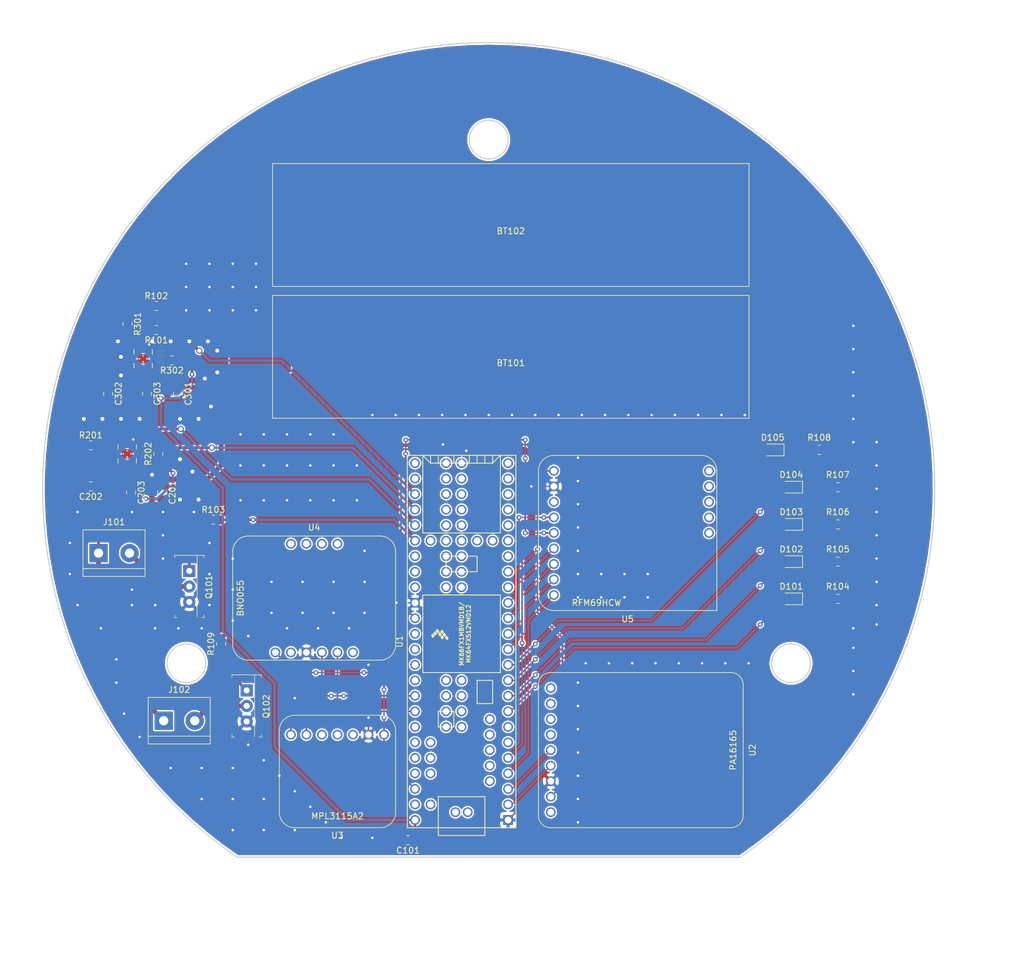
<source format=kicad_pcb>
(kicad_pcb (version 20171130) (host pcbnew "(5.1.7)-1")
  (layers (0 F.Cu signal) (31 B.Cu signal) (34 B.Paste user) (35 F.Paste user) (36 B.SilkS user) (37 F.SilkS user) (38 B.Mask user) (39 F.Mask user) (44 Edge.Cuts user))
  (net 0 "")
  (net 1 /MISO0)
  (net 2 /MOSI0)
  (net 3 /CS0)
  (net 4 /SCL2)
  (net 5 /PWM)
  (net 6 /TX1)
  (net 7 /RX1)
  (net 8 /SCK)
  (net 9 /SDA0)
  (net 10 /SCL0)
  (net 11 /3.3V)
  (net 12 GND)
  (net 13 /V_EMATCH)
  (net 14 /V_TEENSY)
  (net 15 "Net-(J101-Pad2)")
  (net 16 "Net-(Q101-Pad1)")
  (net 17 "/TPS2113A for Teensy power/VSNS")
  (net 18 "Net-(R201-Pad2)")
  (net 19 /TPS_2_STAT)
  (net 20 "Net-(R301-Pad2)")
  (net 21 /TPS_1_STAT)
  (net 22 "Net-(U1-Pad17)")
  (net 23 "Net-(U1-Pad18)")
  (net 24 "Net-(U1-Pad19)")
  (net 25 "Net-(U1-Pad20)")
  (net 26 "Net-(U1-Pad16)")
  (net 27 "Net-(U1-Pad21)")
  (net 28 "Net-(U1-Pad22)")
  (net 29 "Net-(U1-Pad23)")
  (net 30 "Net-(U1-Pad24)")
  (net 31 "Net-(U1-Pad25)")
  (net 32 "Net-(U1-Pad26)")
  (net 33 "Net-(U1-Pad27)")
  (net 34 "Net-(U1-Pad28)")
  (net 35 "Net-(U1-Pad29)")
  (net 36 "Net-(U1-Pad30)")
  (net 37 "Net-(U1-Pad31)")
  (net 38 /BALANCE_CONTROL)
  (net 39 "Net-(U1-Pad37)")
  (net 40 "Net-(U1-Pad7)")
  (net 41 "Net-(U1-Pad6)")
  (net 42 "Net-(U1-Pad38)")
  (net 43 "Net-(U1-Pad41)")
  (net 44 "Net-(U1-Pad42)")
  (net 45 "Net-(U1-Pad43)")
  (net 46 "Net-(U1-Pad44)")
  (net 47 "Net-(U1-Pad47)")
  (net 48 "Net-(U1-Pad48)")
  (net 49 "Net-(U1-Pad49)")
  (net 50 "Net-(U1-Pad50)")
  (net 51 "Net-(U1-Pad52)")
  (net 52 "Net-(U1-Pad54)")
  (net 53 "Net-(U1-Pad55)")
  (net 54 "Net-(U1-Pad56)")
  (net 55 "Net-(U1-Pad57)")
  (net 56 "Net-(U1-Pad58)")
  (net 57 "Net-(U1-Pad59)")
  (net 58 "Net-(U1-Pad60)")
  (net 59 "Net-(U1-Pad61)")
  (net 60 "Net-(U1-Pad62)")
  (net 61 "Net-(U1-Pad79)")
  (net 62 "Net-(U1-Pad78)")
  (net 63 "Net-(U1-Pad77)")
  (net 64 "Net-(U1-Pad76)")
  (net 65 "Net-(U1-Pad73)")
  (net 66 "Net-(U1-Pad72)")
  (net 67 "Net-(U1-Pad71)")
  (net 68 "Net-(U1-Pad70)")
  (net 69 "Net-(U1-Pad75)")
  (net 70 "Net-(U1-Pad74)")
  (net 71 "Net-(U1-Pad80)")
  (net 72 "Net-(U1-Pad69)")
  (net 73 "Net-(U1-Pad81)")
  (net 74 "Net-(U1-Pad68)")
  (net 75 "Net-(U1-Pad82)")
  (net 76 "Net-(U1-Pad67)")
  (net 77 "Net-(U1-Pad64)")
  (net 78 "Net-(U1-Pad63)")
  (net 79 "Net-(U1-Pad65)")
  (net 80 "Net-(U1-Pad66)")
  (net 81 "Net-(U1-Pad83)")
  (net 82 "Net-(U1-Pad84)")
  (net 83 "Net-(U1-Pad85)")
  (net 84 "Net-(U1-Pad86)")
  (net 85 "Net-(U1-Pad88)")
  (net 86 "Net-(U1-Pad87)")
  (net 87 "Net-(U2-Pad9)")
  (net 88 "Net-(U2-Pad4)")
  (net 89 "Net-(U2-Pad3)")
  (net 90 "Net-(U2-Pad2)")
  (net 91 "Net-(U2-Pad1)")
  (net 92 "Net-(U3-Pad3)")
  (net 93 "Net-(U3-Pad4)")
  (net 94 "Net-(U3-Pad5)")
  (net 95 "Net-(U4-Pad2)")
  (net 96 "Net-(U4-Pad6)")
  (net 97 "Net-(U4-Pad10)")
  (net 98 "Net-(U4-Pad9)")
  (net 99 "Net-(U4-Pad8)")
  (net 100 "Net-(U4-Pad7)")
  (net 101 "Net-(U5-Pad3)")
  (net 102 "Net-(U5-Pad10)")
  (net 103 "Net-(U5-Pad11)")
  (net 104 "Net-(U5-Pad12)")
  (net 105 "Net-(U5-Pad13)")
  (net 106 "Net-(U5-Pad14)")
  (net 107 "/TPS2113A for E-match/IN1")
  (net 108 "/TPS2113A for E-match/IN2")
  (net 109 /LED_1)
  (net 110 "Net-(D101-Pad1)")
  (net 111 "Net-(D102-Pad1)")
  (net 112 /LED_2)
  (net 113 "Net-(D103-Pad1)")
  (net 114 /LED_3)
  (net 115 /LED_4)
  (net 116 "Net-(D104-Pad1)")
  (net 117 "Net-(D105-Pad1)")
  (net 118 "Net-(J102-Pad2)")
  (net 119 "Net-(Q102-Pad1)")
  (net 120 /E-MATCH_TRIGGER_1)
  (net 121 /E-MATCH_TRIGGER_2)
  (module Olin_Rocketry:MyBatteryHolder_MPD_BH-18650-PC2 (layer F.Cu) (at 67.945 81.28)
    (fp_text reference BT101 (at 36 1) (layer F.SilkS))
    (fp_text value Battery_Cell)
    (pad 2 smd rect (at 77 0) (size 10 5) (layers F.Cu F.Paste F.Mask) (net 12 GND))
    (pad 1 smd rect (at -5 0) (size 10 5) (layers F.Cu F.Paste F.Mask) (net 107 "/TPS2113A for E-match/IN1"))
  )
  (module Olin_Rocketry:MyBatteryHolder_MPD_BH-18650-PC2 (layer F.Cu) (at 67.945 59.69)
    (fp_text reference BT102 (at 36 1 180) (layer F.SilkS))
    (fp_text value Battery_Cell)
    (pad 2 smd rect (at 77 0) (size 10 5) (layers F.Cu F.Paste F.Mask) (net 12 GND))
    (pad 1 smd rect (at -5 0) (size 10 5) (layers F.Cu F.Paste F.Mask) (net 108 "/TPS2113A for E-match/IN2"))
  )
  (module sensors_2021_2022:PA16165_Breakout (layer F.Cu) (at 125.095 145.669 270)
    (fp_text reference U2 (at 0 -18.415 90) (layer F.SilkS))
    (fp_text value PA16165_Breakout)
    (fp_text user PA16165 (at 0 -15.24 90) (layer F.SilkS))
    (pad 9 thru_hole circle (at 10.16 14.605) (size 1.6 1.6) (drill 1.1) (layers *.Cu *.Mask) (net 87 "Net-(U2-Pad9)"))
    (pad 8 thru_hole circle (at 7.62 14.605) (size 1.6 1.6) (drill 1.1) (layers *.Cu *.Mask) (net 11 /3.3V))
    (pad 7 thru_hole circle (at 5.08 14.605) (size 1.6 1.6) (drill 1.1) (layers *.Cu *.Mask) (net 12 GND))
    (pad 6 thru_hole circle (at 2.54 14.605) (size 1.6 1.6) (drill 1.1) (layers *.Cu *.Mask) (net 7 /RX1))
    (pad 5 thru_hole circle (at 0 14.605) (size 1.6 1.6) (drill 1.1) (layers *.Cu *.Mask) (net 6 /TX1))
    (pad 4 thru_hole circle (at -2.54 14.605) (size 1.6 1.6) (drill 1.1) (layers *.Cu *.Mask) (net 88 "Net-(U2-Pad4)"))
    (pad 3 thru_hole circle (at -5.08 14.605) (size 1.6 1.6) (drill 1.1) (layers *.Cu *.Mask) (net 89 "Net-(U2-Pad3)"))
    (pad 2 thru_hole circle (at -7.62 14.605) (size 1.6 1.6) (drill 1.1) (layers *.Cu *.Mask) (net 90 "Net-(U2-Pad2)"))
    (pad 1 thru_hole circle (at -10.16 14.605) (size 1.6 1.6) (drill 1.1) (layers *.Cu *.Mask) (net 91 "Net-(U2-Pad1)"))
  )
  (module sensors_2021_2022:MPL3115A2_Breakout (layer F.Cu) (at 75.565 149.479 180)
    (fp_text reference U3 (at 0 -10.16) (layer F.SilkS))
    (fp_text value MPL3115A2_Breakout)
    (fp_text user MPL3115A2 (at 0 -6.985) (layer F.SilkS))
    (pad 1 thru_hole circle (at -7.62 6.35 270) (size 1.6 1.6) (drill 1.1) (layers *.Cu *.Mask) (net 11 /3.3V))
    (pad 2 thru_hole circle (at -5.08 6.35 270) (size 1.6 1.6) (drill 1.1) (layers *.Cu *.Mask) (net 12 GND))
    (pad 3 thru_hole circle (at -2.54 6.35 270) (size 1.6 1.6) (drill 1.1) (layers *.Cu *.Mask) (net 92 "Net-(U3-Pad3)"))
    (pad 4 thru_hole circle (at 0 6.35 270) (size 1.6 1.6) (drill 1.1) (layers *.Cu *.Mask) (net 93 "Net-(U3-Pad4)"))
    (pad 5 thru_hole circle (at 2.54 6.35 270) (size 1.6 1.6) (drill 1.1) (layers *.Cu *.Mask) (net 94 "Net-(U3-Pad5)"))
    (pad 6 thru_hole circle (at 5.08 6.35 270) (size 1.6 1.6) (drill 1.1) (layers *.Cu *.Mask) (net 10 /SCL0))
    (pad 7 thru_hole circle (at 7.62 6.35 270) (size 1.6 1.6) (drill 1.1) (layers *.Cu *.Mask) (net 9 /SDA0))
  )
  (module sensors_2021_2022:BNO055_Breakout (layer F.Cu) (at 71.755 120.777)
    (fp_text reference U4 (at 0 -11.565) (layer F.SilkS))
    (fp_text value BNO055_Breakout)
    (fp_text user BNO055 (at -12.065 0 -90) (layer F.SilkS))
    (pad 1 thru_hole circle (at -6.35 8.89 90) (size 1.6 1.6) (drill 1.1) (layers *.Cu *.Mask) (net 11 /3.3V))
    (pad 2 thru_hole circle (at -3.81 8.89 90) (size 1.6 1.6) (drill 1.1) (layers *.Cu *.Mask) (net 95 "Net-(U4-Pad2)"))
    (pad 3 thru_hole circle (at -1.27 8.89 90) (size 1.6 1.6) (drill 1.1) (layers *.Cu *.Mask) (net 12 GND))
    (pad 4 thru_hole circle (at 1.27 8.89 90) (size 1.6 1.6) (drill 1.1) (layers *.Cu *.Mask) (net 9 /SDA0))
    (pad 5 thru_hole circle (at 3.81 8.89 90) (size 1.6 1.6) (drill 1.1) (layers *.Cu *.Mask) (net 10 /SCL0))
    (pad 6 thru_hole circle (at 6.35 8.89 90) (size 1.6 1.6) (drill 1.1) (layers *.Cu *.Mask) (net 96 "Net-(U4-Pad6)"))
    (pad 10 thru_hole circle (at -3.81 -8.89 90) (size 1.6 1.6) (drill 1.1) (layers *.Cu *.Mask) (net 97 "Net-(U4-Pad10)"))
    (pad 9 thru_hole circle (at -1.27 -8.89 90) (size 1.6 1.6) (drill 1.1) (layers *.Cu *.Mask) (net 98 "Net-(U4-Pad9)"))
    (pad 8 thru_hole circle (at 1.27 -8.89 90) (size 1.6 1.6) (drill 1.1) (layers *.Cu *.Mask) (net 99 "Net-(U4-Pad8)"))
    (pad 7 thru_hole circle (at 3.81 -8.89 90) (size 1.6 1.6) (drill 1.1) (layers *.Cu *.Mask) (net 100 "Net-(U4-Pad7)"))
  )
  (module sensors_2021_2022:RFM69HCW_Breakout (layer F.Cu) (at 123.063 110.109 180)
    (fp_text reference U5 (at 0 -14.105) (layer F.SilkS))
    (fp_text value RFM69HCW_Breakout)
    (fp_text user RFM69HCW (at 5.08 -11.43) (layer F.SilkS))
    (pad 1 thru_hole circle (at 12.065 10.16) (size 1.6 1.6) (drill 1.1) (layers *.Cu *.Mask) (net 11 /3.3V))
    (pad 2 thru_hole circle (at 12.065 7.62) (size 1.6 1.6) (drill 1.1) (layers *.Cu *.Mask) (net 12 GND))
    (pad 3 thru_hole circle (at 12.065 5.08) (size 1.6 1.6) (drill 1.1) (layers *.Cu *.Mask) (net 101 "Net-(U5-Pad3)"))
    (pad 4 thru_hole circle (at 12.065 2.54) (size 1.6 1.6) (drill 1.1) (layers *.Cu *.Mask) (net 4 /SCL2))
    (pad 5 thru_hole circle (at 12.065 0) (size 1.6 1.6) (drill 1.1) (layers *.Cu *.Mask) (net 8 /SCK))
    (pad 6 thru_hole circle (at 12.065 -2.54) (size 1.6 1.6) (drill 1.1) (layers *.Cu *.Mask) (net 1 /MISO0))
    (pad 7 thru_hole circle (at 12.065 -5.08) (size 1.6 1.6) (drill 1.1) (layers *.Cu *.Mask) (net 2 /MOSI0))
    (pad 8 thru_hole circle (at 12.065 -7.62) (size 1.6 1.6) (drill 1.1) (layers *.Cu *.Mask) (net 3 /CS0))
    (pad 9 thru_hole circle (at 12.065 -10.16) (size 1.6 1.6) (drill 1.1) (layers *.Cu *.Mask) (net 5 /PWM))
    (pad 10 thru_hole circle (at -13.335 0) (size 1.6 1.6) (drill 1.1) (layers *.Cu *.Mask) (net 102 "Net-(U5-Pad10)"))
    (pad 11 thru_hole circle (at -13.335 2.54) (size 1.6 1.6) (drill 1.1) (layers *.Cu *.Mask) (net 103 "Net-(U5-Pad11)"))
    (pad 12 thru_hole circle (at -13.335 5.08) (size 1.6 1.6) (drill 1.1) (layers *.Cu *.Mask) (net 104 "Net-(U5-Pad12)"))
    (pad 13 thru_hole circle (at -13.335 7.62) (size 1.6 1.6) (drill 1.1) (layers *.Cu *.Mask) (net 105 "Net-(U5-Pad13)"))
    (pad 14 thru_hole circle (at -13.335 10.16) (size 1.6 1.6) (drill 1.1) (layers *.Cu *.Mask) (net 106 "Net-(U5-Pad14)"))
  )
  (module teensy:Teensy35_36_All_Pins (layer F.Cu) (at 95.885 127.889 90)
    (fp_text reference U1 (at 0 -10.16 90) (layer F.SilkS))
    (fp_text value Teensy3.6_All_Pins)
    (fp_text user MK66FX1MBVMD18/ (at 1.27 0 90) (layer F.SilkS) (effects (font (size 0.7 0.7))))
    (fp_text user MK64FX512VMD12 (at 1.27 1.143 90) (layer F.SilkS) (effects (font (size 0.7 0.7))))
    (pad 17 thru_hole circle (at 11.43 7.62 90) (size 1.6 1.6) (drill 1.1) (layers *.Cu *.Mask) (net 22 "Net-(U1-Pad17)"))
    (pad 18 thru_hole circle (at 13.97 7.62 90) (size 1.6 1.6) (drill 1.1) (layers *.Cu *.Mask) (net 23 "Net-(U1-Pad18)"))
    (pad 19 thru_hole circle (at 16.51 7.62 90) (size 1.6 1.6) (drill 1.1) (layers *.Cu *.Mask) (net 24 "Net-(U1-Pad19)"))
    (pad 20 thru_hole circle (at 19.05 7.62 90) (size 1.6 1.6) (drill 1.1) (layers *.Cu *.Mask) (net 25 "Net-(U1-Pad20)"))
    (pad 16 thru_hole circle (at 8.89 7.62 90) (size 1.6 1.6) (drill 1.1) (layers *.Cu *.Mask) (net 26 "Net-(U1-Pad16)"))
    (pad 15 thru_hole circle (at 6.35 7.62 90) (size 1.6 1.6) (drill 1.1) (layers *.Cu *.Mask) (net 11 /3.3V))
    (pad 14 thru_hole circle (at 3.81 7.62 90) (size 1.6 1.6) (drill 1.1) (layers *.Cu *.Mask) (net 1 /MISO0))
    (pad 21 thru_hole circle (at 21.59 7.62 90) (size 1.6 1.6) (drill 1.1) (layers *.Cu *.Mask) (net 27 "Net-(U1-Pad21)"))
    (pad 22 thru_hole circle (at 24.13 7.62 90) (size 1.6 1.6) (drill 1.1) (layers *.Cu *.Mask) (net 28 "Net-(U1-Pad22)"))
    (pad 23 thru_hole circle (at 26.67 7.62 90) (size 1.6 1.6) (drill 1.1) (layers *.Cu *.Mask) (net 29 "Net-(U1-Pad23)"))
    (pad 24 thru_hole circle (at 29.21 7.62 90) (size 1.6 1.6) (drill 1.1) (layers *.Cu *.Mask) (net 30 "Net-(U1-Pad24)"))
    (pad 25 thru_hole circle (at 16.51 5.08 90) (size 1.6 1.6) (drill 1.1) (layers *.Cu *.Mask) (net 31 "Net-(U1-Pad25)"))
    (pad 26 thru_hole circle (at 16.51 2.54 90) (size 1.6 1.6) (drill 1.1) (layers *.Cu *.Mask) (net 32 "Net-(U1-Pad26)"))
    (pad 27 thru_hole circle (at 16.51 0 90) (size 1.6 1.6) (drill 1.1) (layers *.Cu *.Mask) (net 33 "Net-(U1-Pad27)"))
    (pad 28 thru_hole circle (at 16.51 -2.54 90) (size 1.6 1.6) (drill 1.1) (layers *.Cu *.Mask) (net 34 "Net-(U1-Pad28)"))
    (pad 29 thru_hole circle (at 16.51 -5.08 90) (size 1.6 1.6) (drill 1.1) (layers *.Cu *.Mask) (net 35 "Net-(U1-Pad29)"))
    (pad 30 thru_hole circle (at 29.21 -7.62 90) (size 1.6 1.6) (drill 1.1) (layers *.Cu *.Mask) (net 36 "Net-(U1-Pad30)"))
    (pad 31 thru_hole circle (at 26.67 -7.62 90) (size 1.6 1.6) (drill 1.1) (layers *.Cu *.Mask) (net 37 "Net-(U1-Pad31)"))
    (pad 32 thru_hole circle (at 24.13 -7.62 90) (size 1.6 1.6) (drill 1.1) (layers *.Cu *.Mask) (net 21 /TPS_1_STAT))
    (pad 33 thru_hole circle (at 21.59 -7.62 90) (size 1.6 1.6) (drill 1.1) (layers *.Cu *.Mask) (net 19 /TPS_2_STAT))
    (pad 34 thru_hole circle (at 19.05 -7.62 90) (size 1.6 1.6) (drill 1.1) (layers *.Cu *.Mask) (net 38 /BALANCE_CONTROL))
    (pad 35 thru_hole circle (at 16.51 -7.62 90) (size 1.6 1.6) (drill 1.1) (layers *.Cu *.Mask) (net 120 /E-MATCH_TRIGGER_1))
    (pad 36 thru_hole circle (at 13.97 -7.62 90) (size 1.6 1.6) (drill 1.1) (layers *.Cu *.Mask) (net 121 /E-MATCH_TRIGGER_2))
    (pad 37 thru_hole circle (at 11.43 -7.62 90) (size 1.6 1.6) (drill 1.1) (layers *.Cu *.Mask) (net 39 "Net-(U1-Pad37)"))
    (pad 13 thru_hole circle (at 1.27 7.62 90) (size 1.6 1.6) (drill 1.1) (layers *.Cu *.Mask) (net 2 /MOSI0))
    (pad 12 thru_hole circle (at -1.27 7.62 90) (size 1.6 1.6) (drill 1.1) (layers *.Cu *.Mask) (net 3 /CS0))
    (pad 11 thru_hole circle (at -3.81 7.62 90) (size 1.6 1.6) (drill 1.1) (layers *.Cu *.Mask) (net 115 /LED_4))
    (pad 10 thru_hole circle (at -6.35 7.62 90) (size 1.6 1.6) (drill 1.1) (layers *.Cu *.Mask) (net 114 /LED_3))
    (pad 9 thru_hole circle (at -8.89 7.62 90) (size 1.6 1.6) (drill 1.1) (layers *.Cu *.Mask) (net 112 /LED_2))
    (pad 8 thru_hole circle (at -11.43 7.62 90) (size 1.6 1.6) (drill 1.1) (layers *.Cu *.Mask) (net 109 /LED_1))
    (pad 7 thru_hole circle (at -13.97 7.62 90) (size 1.6 1.6) (drill 1.1) (layers *.Cu *.Mask) (net 40 "Net-(U1-Pad7)"))
    (pad 6 thru_hole circle (at -16.51 7.62 90) (size 1.6 1.6) (drill 1.1) (layers *.Cu *.Mask) (net 41 "Net-(U1-Pad6)"))
    (pad 5 thru_hole circle (at -19.05 7.62 90) (size 1.6 1.6) (drill 1.1) (layers *.Cu *.Mask) (net 4 /SCL2))
    (pad 4 thru_hole circle (at -21.59 7.62 90) (size 1.6 1.6) (drill 1.1) (layers *.Cu *.Mask) (net 5 /PWM))
    (pad 3 thru_hole circle (at -24.13 7.62 90) (size 1.6 1.6) (drill 1.1) (layers *.Cu *.Mask) (net 6 /TX1))
    (pad 2 thru_hole circle (at -26.67 7.62 90) (size 1.6 1.6) (drill 1.1) (layers *.Cu *.Mask) (net 7 /RX1))
    (pad 1 thru_hole rect (at -29.21 7.62 90) (size 1.6 1.6) (drill 1.1) (layers *.Cu *.Mask) (net 12 GND))
    (pad 38 thru_hole circle (at 8.89 -7.62 90) (size 1.6 1.6) (drill 1.1) (layers *.Cu *.Mask) (net 42 "Net-(U1-Pad38)"))
    (pad 39 thru_hole circle (at 6.35 -7.62 90) (size 1.6 1.6) (drill 1.1) (layers *.Cu *.Mask) (net 12 GND))
    (pad 40 thru_hole circle (at 3.81 -7.62 90) (size 1.6 1.6) (drill 1.1) (layers *.Cu *.Mask) (net 8 /SCK))
    (pad 41 thru_hole circle (at 1.27 -7.62 90) (size 1.6 1.6) (drill 1.1) (layers *.Cu *.Mask) (net 43 "Net-(U1-Pad41)"))
    (pad 42 thru_hole circle (at -1.27 -7.62 90) (size 1.6 1.6) (drill 1.1) (layers *.Cu *.Mask) (net 44 "Net-(U1-Pad42)"))
    (pad 43 thru_hole circle (at -3.81 -7.62 90) (size 1.6 1.6) (drill 1.1) (layers *.Cu *.Mask) (net 45 "Net-(U1-Pad43)"))
    (pad 44 thru_hole circle (at -6.35 -7.62 90) (size 1.6 1.6) (drill 1.1) (layers *.Cu *.Mask) (net 46 "Net-(U1-Pad44)"))
    (pad 45 thru_hole circle (at -8.89 -7.62 90) (size 1.6 1.6) (drill 1.1) (layers *.Cu *.Mask) (net 9 /SDA0))
    (pad 46 thru_hole circle (at -11.43 -7.62 90) (size 1.6 1.6) (drill 1.1) (layers *.Cu *.Mask) (net 10 /SCL0))
    (pad 47 thru_hole circle (at -13.97 -7.62 90) (size 1.6 1.6) (drill 1.1) (layers *.Cu *.Mask) (net 47 "Net-(U1-Pad47)"))
    (pad 48 thru_hole circle (at -16.51 -7.62 90) (size 1.6 1.6) (drill 1.1) (layers *.Cu *.Mask) (net 48 "Net-(U1-Pad48)"))
    (pad 49 thru_hole circle (at -19.05 -7.62 90) (size 1.6 1.6) (drill 1.1) (layers *.Cu *.Mask) (net 49 "Net-(U1-Pad49)"))
    (pad 50 thru_hole circle (at -21.59 -7.62 90) (size 1.6 1.6) (drill 1.1) (layers *.Cu *.Mask) (net 50 "Net-(U1-Pad50)"))
    (pad 51 thru_hole circle (at -24.13 -7.62 90) (size 1.6 1.6) (drill 1.1) (layers *.Cu *.Mask) (net 11 /3.3V))
    (pad 52 thru_hole circle (at -26.67 -7.62 90) (size 1.6 1.6) (drill 1.1) (layers *.Cu *.Mask) (net 51 "Net-(U1-Pad52)"))
    (pad 53 thru_hole circle (at -29.21 -7.62 90) (size 1.6 1.6) (drill 1.1) (layers *.Cu *.Mask) (net 14 /V_TEENSY))
    (pad 54 thru_hole circle (at -26.67 -5.08 90) (size 1.6 1.6) (drill 1.1) (layers *.Cu *.Mask) (net 52 "Net-(U1-Pad54)"))
    (pad 55 thru_hole circle (at -21.59 -5.08 90) (size 1.6 1.6) (drill 1.1) (layers *.Cu *.Mask) (net 53 "Net-(U1-Pad55)"))
    (pad 56 thru_hole circle (at -19.05 -5.08 90) (size 1.6 1.6) (drill 1.1) (layers *.Cu *.Mask) (net 54 "Net-(U1-Pad56)"))
    (pad 57 thru_hole circle (at -16.51 -5.08 90) (size 1.6 1.6) (drill 1.1) (layers *.Cu *.Mask) (net 55 "Net-(U1-Pad57)"))
    (pad 58 thru_hole circle (at -22.86 4.62 90) (size 1.6 1.6) (drill 1.1) (layers *.Cu *.Mask) (net 56 "Net-(U1-Pad58)"))
    (pad 59 thru_hole circle (at -20.32 4.62 90) (size 1.6 1.6) (drill 1.1) (layers *.Cu *.Mask) (net 57 "Net-(U1-Pad59)"))
    (pad 60 thru_hole circle (at -17.78 4.62 90) (size 1.6 1.6) (drill 1.1) (layers *.Cu *.Mask) (net 58 "Net-(U1-Pad60)"))
    (pad 61 thru_hole circle (at -15.24 4.62 90) (size 1.6 1.6) (drill 1.1) (layers *.Cu *.Mask) (net 59 "Net-(U1-Pad61)"))
    (pad 62 thru_hole circle (at -12.7 4.62 90) (size 1.6 1.6) (drill 1.1) (layers *.Cu *.Mask) (net 60 "Net-(U1-Pad62)"))
    (pad 79 thru_hole circle (at 19.05 -2.54 90) (size 1.6 1.6) (drill 1.1) (layers *.Cu *.Mask) (net 61 "Net-(U1-Pad79)"))
    (pad 78 thru_hole circle (at 21.59 -2.54 90) (size 1.6 1.6) (drill 1.1) (layers *.Cu *.Mask) (net 62 "Net-(U1-Pad78)"))
    (pad 77 thru_hole circle (at 24.13 -2.54 90) (size 1.6 1.6) (drill 1.1) (layers *.Cu *.Mask) (net 63 "Net-(U1-Pad77)"))
    (pad 76 thru_hole circle (at 26.67 -2.54 90) (size 1.6 1.6) (drill 1.1) (layers *.Cu *.Mask) (net 64 "Net-(U1-Pad76)"))
    (pad 73 thru_hole circle (at 26.67 0 90) (size 1.6 1.6) (drill 1.1) (layers *.Cu *.Mask) (net 65 "Net-(U1-Pad73)"))
    (pad 72 thru_hole circle (at 24.13 0 90) (size 1.6 1.6) (drill 1.1) (layers *.Cu *.Mask) (net 66 "Net-(U1-Pad72)"))
    (pad 71 thru_hole circle (at 21.59 0 90) (size 1.6 1.6) (drill 1.1) (layers *.Cu *.Mask) (net 67 "Net-(U1-Pad71)"))
    (pad 70 thru_hole circle (at 19.05 0 90) (size 1.6 1.6) (drill 1.1) (layers *.Cu *.Mask) (net 68 "Net-(U1-Pad70)"))
    (pad 75 thru_hole circle (at 29.21 -2.54 90) (size 1.6 1.6) (drill 1.1) (layers *.Cu *.Mask) (net 69 "Net-(U1-Pad75)"))
    (pad 74 thru_hole circle (at 29.21 0 90) (size 1.6 1.6) (drill 1.1) (layers *.Cu *.Mask) (net 70 "Net-(U1-Pad74)"))
    (pad 80 thru_hole circle (at 13.97 -2.54 90) (size 1.6 1.6) (drill 1.1) (layers *.Cu *.Mask) (net 71 "Net-(U1-Pad80)"))
    (pad 69 thru_hole circle (at 13.97 0 90) (size 1.6 1.6) (drill 1.1) (layers *.Cu *.Mask) (net 72 "Net-(U1-Pad69)"))
    (pad 81 thru_hole circle (at 11.43 -2.54 90) (size 1.6 1.6) (drill 1.1) (layers *.Cu *.Mask) (net 73 "Net-(U1-Pad81)"))
    (pad 68 thru_hole circle (at 11.43 0 90) (size 1.6 1.6) (drill 1.1) (layers *.Cu *.Mask) (net 74 "Net-(U1-Pad68)"))
    (pad 82 thru_hole circle (at 8.89 -2.54 90) (size 1.6 1.6) (drill 1.1) (layers *.Cu *.Mask) (net 75 "Net-(U1-Pad82)"))
    (pad 67 thru_hole circle (at 8.89 0 90) (size 1.6 1.6) (drill 1.1) (layers *.Cu *.Mask) (net 76 "Net-(U1-Pad67)"))
    (pad 64 thru_hole circle (at -11.43 0 90) (size 1.6 1.6) (drill 1.1) (layers *.Cu *.Mask) (net 77 "Net-(U1-Pad64)"))
    (pad 63 thru_hole circle (at -13.97 0 90) (size 1.6 1.6) (drill 1.1) (layers *.Cu *.Mask) (net 78 "Net-(U1-Pad63)"))
    (pad 65 thru_hole circle (at -8.89 0 90) (size 1.6 1.6) (drill 1.1) (layers *.Cu *.Mask) (net 79 "Net-(U1-Pad65)"))
    (pad 66 thru_hole circle (at -6.35 0 90) (size 1.6 1.6) (drill 1.1) (layers *.Cu *.Mask) (net 80 "Net-(U1-Pad66)"))
    (pad 83 thru_hole circle (at -6.35 -2.54 90) (size 1.6 1.6) (drill 1.1) (layers *.Cu *.Mask) (net 81 "Net-(U1-Pad83)"))
    (pad 84 thru_hole circle (at -8.89 -2.54 90) (size 1.6 1.6) (drill 1.1) (layers *.Cu *.Mask) (net 82 "Net-(U1-Pad84)"))
    (pad 85 thru_hole circle (at -11.43 -2.54 90) (size 1.6 1.6) (drill 1.1) (layers *.Cu *.Mask) (net 83 "Net-(U1-Pad85)"))
    (pad 86 thru_hole circle (at -13.97 -2.54 90) (size 1.6 1.6) (drill 1.1) (layers *.Cu *.Mask) (net 84 "Net-(U1-Pad86)"))
    (pad 88 thru_hole circle (at -27.94 1.01 90) (size 1.6 1.6) (drill 1.1) (layers *.Cu *.Mask) (net 85 "Net-(U1-Pad88)"))
    (pad 87 thru_hole circle (at -27.94 -1.01 90) (size 1.6 1.6) (drill 1.1) (layers *.Cu *.Mask) (net 86 "Net-(U1-Pad87)"))
  )
  (module Capacitor_SMD:C_0805_2012Metric_Pad1.18x1.45mm_HandSolder (layer F.Cu) (at 46.863 103.505 270)
    (fp_text reference C201 (at 0 -1.68 90) (layer F.SilkS))
    (fp_text value C_0.1uF)
    (pad 1 smd roundrect (at -1.0375 0 270) (size 1.175 1.45) (layers F.Cu F.Paste F.Mask) (roundrect_rratio 0.212766) (net 107 "/TPS2113A for E-match/IN1"))
    (pad 2 smd roundrect (at 1.0375 0 270) (size 1.175 1.45) (layers F.Cu F.Paste F.Mask) (roundrect_rratio 0.212766) (net 12 GND))
  )
  (module Capacitor_SMD:C_0805_2012Metric_Pad1.18x1.45mm_HandSolder (layer F.Cu) (at 35.179 102.489 180)
    (fp_text reference C202 (at 0 -1.68) (layer F.SilkS))
    (fp_text value C_0.1uF)
    (pad 2 smd roundrect (at 1.0375 0 180) (size 1.175 1.45) (layers F.Cu F.Paste F.Mask) (roundrect_rratio 0.212766) (net 12 GND))
    (pad 1 smd roundrect (at -1.0375 0 180) (size 1.175 1.45) (layers F.Cu F.Paste F.Mask) (roundrect_rratio 0.212766) (net 108 "/TPS2113A for E-match/IN2"))
  )
  (module Capacitor_SMD:C_0805_2012Metric_Pad1.18x1.45mm_HandSolder (layer F.Cu) (at 41.783 103.505 270)
    (fp_text reference C203 (at 0 -1.68 270) (layer F.SilkS))
    (fp_text value C_0.1u)
    (pad 1 smd roundrect (at -1.0375 0 270) (size 1.175 1.45) (layers F.Cu F.Paste F.Mask) (roundrect_rratio 0.212766) (net 13 /V_EMATCH))
    (pad 2 smd roundrect (at 1.0375 0 270) (size 1.175 1.45) (layers F.Cu F.Paste F.Mask) (roundrect_rratio 0.212766) (net 12 GND))
  )
  (module Capacitor_SMD:C_0805_2012Metric_Pad1.18x1.45mm_HandSolder (layer F.Cu) (at 49.4665 87.3125 270)
    (fp_text reference C301 (at 0 -1.68 90) (layer F.SilkS))
    (fp_text value C_0.1uF)
    (pad 1 smd roundrect (at -1.0375 0 270) (size 1.175 1.45) (layers F.Cu F.Paste F.Mask) (roundrect_rratio 0.212766) (net 107 "/TPS2113A for E-match/IN1"))
    (pad 2 smd roundrect (at 1.0375 0 270) (size 1.175 1.45) (layers F.Cu F.Paste F.Mask) (roundrect_rratio 0.212766) (net 12 GND))
  )
  (module Capacitor_SMD:C_0805_2012Metric_Pad1.18x1.45mm_HandSolder (layer F.Cu) (at 38.0365 87.3125 270)
    (fp_text reference C302 (at 0 -1.68 90) (layer F.SilkS))
    (fp_text value C_0.1uF)
    (pad 2 smd roundrect (at 1.0375 0 270) (size 1.175 1.45) (layers F.Cu F.Paste F.Mask) (roundrect_rratio 0.212766) (net 12 GND))
    (pad 1 smd roundrect (at -1.0375 0 270) (size 1.175 1.45) (layers F.Cu F.Paste F.Mask) (roundrect_rratio 0.212766) (net 108 "/TPS2113A for E-match/IN2"))
  )
  (module Capacitor_SMD:C_0805_2012Metric_Pad1.18x1.45mm_HandSolder (layer F.Cu) (at 44.3865 87.3125 270)
    (fp_text reference C303 (at 0 -1.68 90) (layer F.SilkS))
    (fp_text value C_0.1u)
    (pad 2 smd roundrect (at 1.0375 0 270) (size 1.175 1.45) (layers F.Cu F.Paste F.Mask) (roundrect_rratio 0.212766) (net 12 GND))
    (pad 1 smd roundrect (at -1.0375 0 270) (size 1.175 1.45) (layers F.Cu F.Paste F.Mask) (roundrect_rratio 0.212766) (net 14 /V_TEENSY))
  )
  (module TerminalBlock:TerminalBlock_bornier-2_P5.08mm (layer F.Cu) (at 36.449 113.411)
    (fp_text reference J101 (at 2.54 -5.08 180) (layer F.SilkS))
    (fp_text value Screw_Terminal_01x02)
    (pad 1 thru_hole rect (at 0 0) (size 3 3) (drill 1.52) (layers *.Cu *.Mask) (net 13 /V_EMATCH))
    (pad 2 thru_hole circle (at 5.08 0) (size 3 3) (drill 1.52) (layers *.Cu *.Mask) (net 15 "Net-(J101-Pad2)"))
  )
  (module footprints:TO-220-3 (layer F.Cu) (at 51.308 116.332 270)
    (fp_text reference Q101 (at 2.62 -3.22 270) (layer F.SilkS))
    (fp_text value Q_NMOS_GDS)
    (pad 1 thru_hole rect (at 0 0 270) (size 2 2) (drill 1) (layers *.Cu *.Mask) (net 16 "Net-(Q101-Pad1)"))
    (pad 2 thru_hole circle (at 2.54 0 270) (size 2 2) (drill 1) (layers *.Cu *.Mask) (net 15 "Net-(J101-Pad2)"))
    (pad 3 thru_hole circle (at 5.08 0 270) (size 2 2) (drill 1) (layers *.Cu *.Mask) (net 12 GND))
  )
  (module Resistor_SMD:R_0805_2012Metric_Pad1.20x1.40mm_HandSolder (layer F.Cu) (at 45.9105 76.8985 180)
    (fp_text reference R101 (at 0 -1.65) (layer F.SilkS))
    (fp_text value R_15k)
    (pad 1 smd roundrect (at -1 0 180) (size 1.2 1.4) (layers F.Cu F.Paste F.Mask) (roundrect_rratio 0.208333) (net 107 "/TPS2113A for E-match/IN1"))
    (pad 2 smd roundrect (at 1 0 180) (size 1.2 1.4) (layers F.Cu F.Paste F.Mask) (roundrect_rratio 0.208333) (net 17 "/TPS2113A for Teensy power/VSNS"))
  )
  (module Resistor_SMD:R_0805_2012Metric_Pad1.20x1.40mm_HandSolder (layer F.Cu) (at 45.9105 72.9615)
    (fp_text reference R102 (at 0 -1.65 180) (layer F.SilkS))
    (fp_text value R_4.7k)
    (pad 2 smd roundrect (at 1 0) (size 1.2 1.4) (layers F.Cu F.Paste F.Mask) (roundrect_rratio 0.208333) (net 12 GND))
    (pad 1 smd roundrect (at -1 0) (size 1.2 1.4) (layers F.Cu F.Paste F.Mask) (roundrect_rratio 0.208333) (net 17 "/TPS2113A for Teensy power/VSNS"))
  )
  (module Resistor_SMD:R_0805_2012Metric_Pad1.20x1.40mm_HandSolder (layer F.Cu) (at 55.245 107.95)
    (fp_text reference R103 (at 0 -1.65 180) (layer F.SilkS))
    (fp_text value R_10k)
    (pad 2 smd roundrect (at 1 0) (size 1.2 1.4) (layers F.Cu F.Paste F.Mask) (roundrect_rratio 0.208333) (net 120 /E-MATCH_TRIGGER_1))
    (pad 1 smd roundrect (at -1 0) (size 1.2 1.4) (layers F.Cu F.Paste F.Mask) (roundrect_rratio 0.208333) (net 16 "Net-(Q101-Pad1)"))
  )
  (module Resistor_SMD:R_0805_2012Metric_Pad1.20x1.40mm_HandSolder (layer F.Cu) (at 35.179 95.758)
    (fp_text reference R201 (at 0 -1.65 180) (layer F.SilkS))
    (fp_text value R_250)
    (pad 2 smd roundrect (at 1 0) (size 1.2 1.4) (layers F.Cu F.Paste F.Mask) (roundrect_rratio 0.208333) (net 18 "Net-(R201-Pad2)"))
    (pad 1 smd roundrect (at -1 0) (size 1.2 1.4) (layers F.Cu F.Paste F.Mask) (roundrect_rratio 0.208333) (net 12 GND))
  )
  (module Resistor_SMD:R_0805_2012Metric_Pad1.20x1.40mm_HandSolder (layer F.Cu) (at 46.228 97.155 90)
    (fp_text reference R202 (at 0 -1.65 90) (layer F.SilkS))
    (fp_text value R_10k)
    (pad 1 smd roundrect (at -1 0 90) (size 1.2 1.4) (layers F.Cu F.Paste F.Mask) (roundrect_rratio 0.208333) (net 13 /V_EMATCH))
    (pad 2 smd roundrect (at 1 0 90) (size 1.2 1.4) (layers F.Cu F.Paste F.Mask) (roundrect_rratio 0.208333) (net 19 /TPS_2_STAT))
  )
  (module Resistor_SMD:R_0805_2012Metric_Pad1.20x1.40mm_HandSolder (layer F.Cu) (at 41.2115 75.8825 270)
    (fp_text reference R301 (at 0 -1.65 90) (layer F.SilkS))
    (fp_text value R_250)
    (pad 1 smd roundrect (at -1 0 270) (size 1.2 1.4) (layers F.Cu F.Paste F.Mask) (roundrect_rratio 0.208333) (net 12 GND))
    (pad 2 smd roundrect (at 1 0 270) (size 1.2 1.4) (layers F.Cu F.Paste F.Mask) (roundrect_rratio 0.208333) (net 20 "Net-(R301-Pad2)"))
  )
  (module Resistor_SMD:R_0805_2012Metric_Pad1.20x1.40mm_HandSolder (layer F.Cu) (at 48.4505 81.8515 180)
    (fp_text reference R302 (at 0 -1.65 180) (layer F.SilkS))
    (fp_text value R_10k)
    (pad 1 smd roundrect (at -1 0 180) (size 1.2 1.4) (layers F.Cu F.Paste F.Mask) (roundrect_rratio 0.208333) (net 14 /V_TEENSY))
    (pad 2 smd roundrect (at 1 0 180) (size 1.2 1.4) (layers F.Cu F.Paste F.Mask) (roundrect_rratio 0.208333) (net 21 /TPS_1_STAT))
  )
  (module footprints:TPS2113ADRBR (layer F.Cu) (at 41.148 97.155 270)
    (fp_text reference U201 (at 0.175 -2.885 90) (layer F.SilkS) (effects (font (thickness 0.015))))
    (fp_text value TPS2113ADRBR)
    (fp_poly (pts (xy -0.75 -0.875) (xy -0.44 -0.875) (xy -0.44 -1.7) (xy -0.21 -1.7) (xy -0.21 -0.875) (xy 0.21 -0.875) (xy 0.21 -1.7) (xy 0.44 -1.7) (xy 0.44 -0.875) (xy 0.75 -0.875) (xy 0.75 0.875) (xy 0.44 0.875) (xy 0.44 1.7) (xy 0.21 1.7) (xy 0.21 0.875) (xy -0.21 0.875) (xy -0.21 1.7) (xy -0.44 1.7) (xy -0.44 0.875) (xy -0.75 0.875)) (layer F.Cu) (width 0.01))
    (pad 13 thru_hole circle (at 0 0.625 270) (size 0.4 0.4) (drill 0.2) (layers *.Cu))
    (pad 12 thru_hole circle (at -0.5 0 270) (size 0.4 0.4) (drill 0.2) (layers *.Cu))
    (pad 11 thru_hole circle (at 0.5 0 270) (size 0.4 0.4) (drill 0.2) (layers *.Cu))
    (pad 10 thru_hole circle (at 0 -0.625 270) (size 0.4 0.4) (drill 0.2) (layers *.Cu))
    (pad 9 smd rect (at 0 0 270) (size 1.5 1.75) (layers F.Cu) (net 12 GND))
    (pad 8 smd rect (at 1.4 -0.975 270) (size 0.6 0.31) (layers F.Cu F.Paste) (net 107 "/TPS2113A for E-match/IN1"))
    (pad 7 smd rect (at 1.4 -0.325 270) (size 0.6 0.31) (layers F.Cu F.Paste) (net 13 /V_EMATCH))
    (pad 6 smd rect (at 1.4 0.325 270) (size 0.6 0.31) (layers F.Cu F.Paste) (net 108 "/TPS2113A for E-match/IN2"))
    (pad 5 smd rect (at 1.4 0.975 270) (size 0.6 0.31) (layers F.Cu F.Paste) (net 12 GND))
    (pad 4 smd rect (at -1.4 0.975 270) (size 0.6 0.31) (layers F.Cu F.Paste) (net 18 "Net-(R201-Pad2)"))
    (pad 3 smd rect (at -1.4 0.325 270) (size 0.6 0.31) (layers F.Cu F.Paste) (net 38 /BALANCE_CONTROL))
    (pad 2 smd rect (at -1.4 -0.325 270) (size 0.6 0.31) (layers F.Cu F.Paste) (net 12 GND))
    (pad 1 smd rect (at -1.4 -0.975 270) (size 0.6 0.31) (layers F.Cu F.Paste) (net 19 /TPS_2_STAT))
  )
  (module footprints:TPS2113ADRBR (layer F.Cu) (at 43.7515 81.5975 270)
    (fp_text reference U301 (at 0.175 -2.885 90) (layer F.SilkS) (effects (font (thickness 0.015))))
    (fp_text value TPS2113ADRBR)
    (fp_poly (pts (xy -0.75 -0.875) (xy -0.44 -0.875) (xy -0.44 -1.7) (xy -0.21 -1.7) (xy -0.21 -0.875) (xy 0.21 -0.875) (xy 0.21 -1.7) (xy 0.44 -1.7) (xy 0.44 -0.875) (xy 0.75 -0.875) (xy 0.75 0.875) (xy 0.44 0.875) (xy 0.44 1.7) (xy 0.21 1.7) (xy 0.21 0.875) (xy -0.21 0.875) (xy -0.21 1.7) (xy -0.44 1.7) (xy -0.44 0.875) (xy -0.75 0.875)) (layer F.Cu) (width 0.01))
    (pad 1 smd rect (at -1.4 -0.975 270) (size 0.6 0.31) (layers F.Cu F.Paste) (net 21 /TPS_1_STAT))
    (pad 2 smd rect (at -1.4 -0.325 270) (size 0.6 0.31) (layers F.Cu F.Paste) (net 12 GND))
    (pad 3 smd rect (at -1.4 0.325 270) (size 0.6 0.31) (layers F.Cu F.Paste) (net 17 "/TPS2113A for Teensy power/VSNS"))
    (pad 4 smd rect (at -1.4 0.975 270) (size 0.6 0.31) (layers F.Cu F.Paste) (net 20 "Net-(R301-Pad2)"))
    (pad 5 smd rect (at 1.4 0.975 270) (size 0.6 0.31) (layers F.Cu F.Paste) (net 12 GND))
    (pad 6 smd rect (at 1.4 0.325 270) (size 0.6 0.31) (layers F.Cu F.Paste) (net 108 "/TPS2113A for E-match/IN2"))
    (pad 7 smd rect (at 1.4 -0.325 270) (size 0.6 0.31) (layers F.Cu F.Paste) (net 14 /V_TEENSY))
    (pad 8 smd rect (at 1.4 -0.975 270) (size 0.6 0.31) (layers F.Cu F.Paste) (net 107 "/TPS2113A for E-match/IN1"))
    (pad 9 smd rect (at 0 0 270) (size 1.5 1.75) (layers F.Cu) (net 12 GND))
    (pad 10 thru_hole circle (at 0 -0.625 270) (size 0.4 0.4) (drill 0.2) (layers *.Cu))
    (pad 11 thru_hole circle (at 0.5 0 270) (size 0.4 0.4) (drill 0.2) (layers *.Cu))
    (pad 12 thru_hole circle (at -0.5 0 270) (size 0.4 0.4) (drill 0.2) (layers *.Cu))
    (pad 13 thru_hole circle (at 0 0.625 270) (size 0.4 0.4) (drill 0.2) (layers *.Cu))
  )
  (module LED_SMD:LED_0805_2012Metric_Pad1.15x1.40mm_HandSolder (layer F.Cu) (at 149.86 120.904 180)
    (fp_text reference D101 (at 0 2.032 180) (layer F.SilkS))
    (fp_text value LED)
    (pad 2 smd roundrect (at 1.025 0 180) (size 1.15 1.4) (layers F.Cu F.Paste F.Mask) (roundrect_rratio 0.217391) (net 109 /LED_1))
    (pad 1 smd roundrect (at -1.025 0 180) (size 1.15 1.4) (layers F.Cu F.Paste F.Mask) (roundrect_rratio 0.217391) (net 110 "Net-(D101-Pad1)"))
  )
  (module LED_SMD:LED_0805_2012Metric_Pad1.15x1.40mm_HandSolder (layer F.Cu) (at 149.86 114.808 180)
    (fp_text reference D102 (at 0 2.032 180) (layer F.SilkS))
    (fp_text value LED)
    (pad 1 smd roundrect (at -1.025 0 180) (size 1.15 1.4) (layers F.Cu F.Paste F.Mask) (roundrect_rratio 0.217391) (net 111 "Net-(D102-Pad1)"))
    (pad 2 smd roundrect (at 1.025 0 180) (size 1.15 1.4) (layers F.Cu F.Paste F.Mask) (roundrect_rratio 0.217391) (net 112 /LED_2))
  )
  (module LED_SMD:LED_0805_2012Metric_Pad1.15x1.40mm_HandSolder (layer F.Cu) (at 149.86 108.712 180)
    (fp_text reference D103 (at 0 2.032 180) (layer F.SilkS))
    (fp_text value LED)
    (pad 1 smd roundrect (at -1.025 0 180) (size 1.15 1.4) (layers F.Cu F.Paste F.Mask) (roundrect_rratio 0.217391) (net 113 "Net-(D103-Pad1)"))
    (pad 2 smd roundrect (at 1.025 0 180) (size 1.15 1.4) (layers F.Cu F.Paste F.Mask) (roundrect_rratio 0.217391) (net 114 /LED_3))
  )
  (module LED_SMD:LED_0805_2012Metric_Pad1.15x1.40mm_HandSolder (layer F.Cu) (at 149.86 102.616 180)
    (fp_text reference D104 (at 0 2.032 180) (layer F.SilkS))
    (fp_text value LED)
    (pad 2 smd roundrect (at 1.025 0 180) (size 1.15 1.4) (layers F.Cu F.Paste F.Mask) (roundrect_rratio 0.217391) (net 115 /LED_4))
    (pad 1 smd roundrect (at -1.025 0 180) (size 1.15 1.4) (layers F.Cu F.Paste F.Mask) (roundrect_rratio 0.217391) (net 116 "Net-(D104-Pad1)"))
  )
  (module LED_SMD:LED_0805_2012Metric_Pad1.15x1.40mm_HandSolder (layer F.Cu) (at 146.812 96.52 180)
    (fp_text reference D105 (at 0 2.032 180) (layer F.SilkS))
    (fp_text value LED)
    (pad 1 smd roundrect (at -1.025 0 180) (size 1.15 1.4) (layers F.Cu F.Paste F.Mask) (roundrect_rratio 0.217391) (net 117 "Net-(D105-Pad1)"))
    (pad 2 smd roundrect (at 1.025 0 180) (size 1.15 1.4) (layers F.Cu F.Paste F.Mask) (roundrect_rratio 0.217391) (net 11 /3.3V))
  )
  (module Resistor_SMD:R_0805_2012Metric_Pad1.20x1.40mm_HandSolder (layer F.Cu) (at 157.48 120.904)
    (fp_text reference R104 (at 0 -2.032) (layer F.SilkS))
    (fp_text value R_750)
    (pad 1 smd roundrect (at -1 0) (size 1.2 1.4) (layers F.Cu F.Paste F.Mask) (roundrect_rratio 0.208333) (net 110 "Net-(D101-Pad1)"))
    (pad 2 smd roundrect (at 1 0) (size 1.2 1.4) (layers F.Cu F.Paste F.Mask) (roundrect_rratio 0.208333) (net 12 GND))
  )
  (module Resistor_SMD:R_0805_2012Metric_Pad1.20x1.40mm_HandSolder (layer F.Cu) (at 157.48 114.808)
    (fp_text reference R105 (at 0 -2.032) (layer F.SilkS))
    (fp_text value R_750)
    (pad 2 smd roundrect (at 1 0) (size 1.2 1.4) (layers F.Cu F.Paste F.Mask) (roundrect_rratio 0.208333) (net 12 GND))
    (pad 1 smd roundrect (at -1 0) (size 1.2 1.4) (layers F.Cu F.Paste F.Mask) (roundrect_rratio 0.208333) (net 111 "Net-(D102-Pad1)"))
  )
  (module Resistor_SMD:R_0805_2012Metric_Pad1.20x1.40mm_HandSolder (layer F.Cu) (at 157.48 108.712)
    (fp_text reference R106 (at 0 -2.032) (layer F.SilkS))
    (fp_text value R_750)
    (pad 1 smd roundrect (at -1 0) (size 1.2 1.4) (layers F.Cu F.Paste F.Mask) (roundrect_rratio 0.208333) (net 113 "Net-(D103-Pad1)"))
    (pad 2 smd roundrect (at 1 0) (size 1.2 1.4) (layers F.Cu F.Paste F.Mask) (roundrect_rratio 0.208333) (net 12 GND))
  )
  (module Resistor_SMD:R_0805_2012Metric_Pad1.20x1.40mm_HandSolder (layer F.Cu) (at 157.48 102.616)
    (fp_text reference R107 (at 0 -2.032) (layer F.SilkS))
    (fp_text value R_750)
    (pad 1 smd roundrect (at -1 0) (size 1.2 1.4) (layers F.Cu F.Paste F.Mask) (roundrect_rratio 0.208333) (net 116 "Net-(D104-Pad1)"))
    (pad 2 smd roundrect (at 1 0) (size 1.2 1.4) (layers F.Cu F.Paste F.Mask) (roundrect_rratio 0.208333) (net 12 GND))
  )
  (module Resistor_SMD:R_0805_2012Metric_Pad1.20x1.40mm_HandSolder (layer F.Cu) (at 154.432 96.52)
    (fp_text reference R108 (at 0 -2.032) (layer F.SilkS))
    (fp_text value R_750)
    (pad 2 smd roundrect (at 1 0) (size 1.2 1.4) (layers F.Cu F.Paste F.Mask) (roundrect_rratio 0.208333) (net 12 GND))
    (pad 1 smd roundrect (at -1 0) (size 1.2 1.4) (layers F.Cu F.Paste F.Mask) (roundrect_rratio 0.208333) (net 117 "Net-(D105-Pad1)"))
  )
  (module Capacitor_SMD:C_0805_2012Metric_Pad1.18x1.45mm_HandSolder (layer F.Cu) (at 87.122 160.401 180)
    (fp_text reference C101 (at 0 -1.68 180) (layer F.SilkS))
    (fp_text value C_0.1u)
    (pad 1 smd roundrect (at -1.0375 0 180) (size 1.175 1.45) (layers F.Cu F.Paste F.Mask) (roundrect_rratio 0.212766) (net 14 /V_TEENSY))
    (pad 2 smd roundrect (at 1.0375 0 180) (size 1.175 1.45) (layers F.Cu F.Paste F.Mask) (roundrect_rratio 0.212766) (net 12 GND))
  )
  (module TerminalBlock:TerminalBlock_bornier-2_P5.08mm (layer F.Cu) (at 47.117 140.843)
    (fp_text reference J102 (at 2.54 -5.08) (layer F.SilkS))
    (fp_text value Screw_Terminal_01x02)
    (pad 1 thru_hole rect (at 0 0) (size 3 3) (drill 1.52) (layers *.Cu *.Mask) (net 13 /V_EMATCH))
    (pad 2 thru_hole circle (at 5.08 0) (size 3 3) (drill 1.52) (layers *.Cu *.Mask) (net 118 "Net-(J102-Pad2)"))
  )
  (module footprints:TO-220-3 (layer F.Cu) (at 60.706 135.89 270)
    (fp_text reference Q102 (at 2.62 -3.22 270) (layer F.SilkS))
    (fp_text value Q_NMOS_GDS)
    (pad 1 thru_hole rect (at 0 0 270) (size 2 2) (drill 1) (layers *.Cu *.Mask) (net 119 "Net-(Q102-Pad1)"))
    (pad 2 thru_hole circle (at 2.54 0 270) (size 2 2) (drill 1) (layers *.Cu *.Mask) (net 118 "Net-(J102-Pad2)"))
    (pad 3 thru_hole circle (at 5.08 0 270) (size 2 2) (drill 1) (layers *.Cu *.Mask) (net 12 GND))
  )
  (module Resistor_SMD:R_0805_2012Metric_Pad1.20x1.40mm_HandSolder (layer F.Cu) (at 56.515 128.27 90)
    (fp_text reference R109 (at 0 -1.65 90) (layer F.SilkS))
    (fp_text value R_10k)
    (pad 1 smd roundrect (at -1 0 90) (size 1.2 1.4) (layers F.Cu F.Paste F.Mask) (roundrect_rratio 0.208333) (net 119 "Net-(Q102-Pad1)"))
    (pad 2 smd roundrect (at 1 0 90) (size 1.2 1.4) (layers F.Cu F.Paste F.Mask) (roundrect_rratio 0.208333) (net 121 /E-MATCH_TRIGGER_2))
  )
  (gr_line (start 59.177297 163.195) (end 141.482703 163.195) (layer Edge.Cuts) (width 0.2))
  (gr_arc (start 100.33 102.87) (end 141.482703 163.194999) (angle -291.4) (layer Edge.Cuts) (width 0.2))
  (gr_circle (center 149.823351 131.445) (end 152.998351 131.445) (layer Edge.Cuts) (width 0.2))
  (gr_circle (center 50.836649 131.444999) (end 54.011649 131.444999) (layer Edge.Cuts) (width 0.2))
  (gr_circle (center 100.33 45.72) (end 103.505 45.72) (layer Edge.Cuts) (width 0.2))
  (segment (start 105.283 118.364) (end 110.998 112.649) (width 0.25) (layer B.Cu) (net 1))
  (segment (start 105.283 122.301) (end 105.283 118.364) (width 0.25) (layer B.Cu) (net 1))
  (segment (start 103.505 124.079) (end 105.283 122.301) (width 0.25) (layer B.Cu) (net 1))
  (segment (start 110.998 115.189) (end 105.791 120.396) (width 0.25) (layer B.Cu) (net 2))
  (segment (start 105.791 124.333) (end 103.505 126.619) (width 0.25) (layer B.Cu) (net 2))
  (segment (start 105.791 120.396) (end 105.791 124.333) (width 0.25) (layer B.Cu) (net 2))
  (segment (start 110.998 117.729) (end 106.299 122.428) (width 0.25) (layer B.Cu) (net 3))
  (segment (start 106.299 126.365) (end 103.505 129.159) (width 0.25) (layer B.Cu) (net 3))
  (segment (start 106.299 122.428) (end 106.299 126.365) (width 0.25) (layer B.Cu) (net 3))
  (segment (start 103.505 146.939) (end 105.791 144.653) (width 0.25) (layer B.Cu) (net 4))
  (via (at 105.791 128.143) (size 0.8) (drill 0.4) (layers F.Cu B.Cu) (net 4))
  (segment (start 105.791 144.653) (end 105.791 128.143) (width 0.25) (layer B.Cu) (net 4))
  (via (at 109.347 107.569) (size 0.8) (drill 0.4) (layers F.Cu B.Cu) (net 4))
  (segment (start 110.998 107.569) (end 109.347 107.569) (width 0.25) (layer F.Cu) (net 4))
  (via (at 105.283 107.569) (size 0.8) (drill 0.4) (layers F.Cu B.Cu) (net 4))
  (segment (start 109.347 107.569) (end 105.283 107.569) (width 0.25) (layer B.Cu) (net 4))
  (segment (start 105.283 111.125) (end 105.283 107.569) (width 0.25) (layer F.Cu) (net 4))
  (segment (start 105.791 111.633) (end 105.283 111.125) (width 0.25) (layer F.Cu) (net 4))
  (segment (start 105.791 128.143) (end 105.791 111.633) (width 0.25) (layer F.Cu) (net 4))
  (segment (start 110.998 120.269) (end 106.807 124.46) (width 0.25) (layer B.Cu) (net 5))
  (segment (start 106.807 146.177) (end 103.505 149.479) (width 0.25) (layer B.Cu) (net 5))
  (segment (start 106.807 124.46) (end 106.807 146.177) (width 0.25) (layer B.Cu) (net 5))
  (segment (start 104.14 152.019) (end 103.505 152.019) (width 0.25) (layer F.Cu) (net 6))
  (segment (start 104.14 152.019) (end 103.505 152.019) (width 0.25) (layer B.Cu) (net 6))
  (segment (start 110.49 145.669) (end 104.14 152.019) (width 0.25) (layer B.Cu) (net 6))
  (segment (start 104.14 154.559) (end 103.505 154.559) (width 0.25) (layer F.Cu) (net 7))
  (segment (start 104.14 154.559) (end 103.505 154.559) (width 0.25) (layer B.Cu) (net 7))
  (segment (start 110.49 148.209) (end 104.14 154.559) (width 0.25) (layer B.Cu) (net 7))
  (segment (start 88.265 124.079) (end 86.741 122.555) (width 0.25) (layer F.Cu) (net 8))
  (via (at 86.741 97.155) (size 0.8) (drill 0.4) (layers F.Cu B.Cu) (net 8))
  (segment (start 86.741 122.555) (end 86.741 97.155) (width 0.25) (layer F.Cu) (net 8))
  (via (at 86.741 94.869) (size 0.8) (drill 0.4) (layers F.Cu B.Cu) (net 8))
  (segment (start 86.741 97.155) (end 86.741 94.869) (width 0.25) (layer B.Cu) (net 8))
  (via (at 109.347 110.109) (size 0.8) (drill 0.4) (layers F.Cu B.Cu) (net 8))
  (segment (start 110.998 110.109) (end 109.347 110.109) (width 0.25) (layer F.Cu) (net 8))
  (via (at 106.294347 97.921653) (size 0.8) (drill 0.4) (layers F.Cu B.Cu) (net 8))
  (via (at 106.299 94.869) (size 0.8) (drill 0.4) (layers F.Cu B.Cu) (net 8))
  (segment (start 106.294347 94.873653) (end 106.299 94.869) (width 0.25) (layer B.Cu) (net 8))
  (segment (start 106.294347 97.921653) (end 106.294347 94.873653) (width 0.25) (layer B.Cu) (net 8))
  (segment (start 106.299 94.869) (end 104.267 94.869) (width 0.25) (layer F.Cu) (net 8))
  (segment (start 104.267 94.869) (end 104.521 94.869) (width 0.25) (layer F.Cu) (net 8))
  (segment (start 86.741 94.869) (end 104.267 94.869) (width 0.25) (layer F.Cu) (net 8))
  (segment (start 106.299 97.926306) (end 106.294347 97.921653) (width 0.25) (layer F.Cu) (net 8))
  (segment (start 106.299 110.109) (end 106.299 97.926306) (width 0.25) (layer F.Cu) (net 8))
  (segment (start 109.347 110.109) (end 106.299 110.109) (width 0.25) (layer B.Cu) (net 8))
  (via (at 106.299 110.109) (size 0.8) (drill 0.4) (layers F.Cu B.Cu) (net 8))
  (segment (start 67.945 141.097) (end 67.945 143.129) (width 0.25) (layer F.Cu) (net 9))
  (segment (start 72.263 136.779) (end 67.945 141.097) (width 0.25) (layer F.Cu) (net 9))
  (via (at 74.544347 136.783653) (size 0.8) (drill 0.4) (layers F.Cu B.Cu) (net 9))
  (segment (start 74.539694 136.779) (end 74.544347 136.783653) (width 0.25) (layer F.Cu) (net 9))
  (segment (start 72.263 136.779) (end 73.025 136.779) (width 0.25) (layer F.Cu) (net 9))
  (segment (start 73.025 136.779) (end 74.539694 136.779) (width 0.25) (layer F.Cu) (net 9))
  (via (at 76.585653 136.774347) (size 0.8) (drill 0.4) (layers F.Cu B.Cu) (net 9))
  (segment (start 76.576347 136.783653) (end 76.585653 136.774347) (width 0.25) (layer B.Cu) (net 9))
  (segment (start 74.544347 136.783653) (end 76.576347 136.783653) (width 0.25) (layer B.Cu) (net 9))
  (segment (start 88.260347 136.774347) (end 88.265 136.779) (width 0.25) (layer F.Cu) (net 9))
  (segment (start 82.672347 136.774347) (end 88.260347 136.774347) (width 0.25) (layer F.Cu) (net 9))
  (segment (start 76.585653 136.774347) (end 82.672347 136.774347) (width 0.25) (layer F.Cu) (net 9))
  (segment (start 73.025 129.667) (end 73.025 136.779) (width 0.25) (layer F.Cu) (net 9))
  (segment (start 70.485 141.859) (end 73.025 139.319) (width 0.25) (layer F.Cu) (net 10))
  (segment (start 70.485 143.129) (end 70.485 141.859) (width 0.25) (layer F.Cu) (net 10))
  (segment (start 78.105 139.319) (end 77.47 139.319) (width 0.25) (layer F.Cu) (net 10))
  (segment (start 77.47 139.319) (end 73.025 139.319) (width 0.25) (layer F.Cu) (net 10))
  (segment (start 88.265 139.319) (end 78.105 139.319) (width 0.25) (layer F.Cu) (net 10))
  (segment (start 75.565 129.667) (end 75.565 137.414) (width 0.25) (layer F.Cu) (net 10))
  (segment (start 75.565 137.414) (end 77.47 139.319) (width 0.25) (layer F.Cu) (net 10))
  (via (at 72.009 132.969) (size 0.8) (drill 0.4) (layers F.Cu B.Cu) (net 11))
  (segment (start 79.887653 132.964347) (end 84.967653 132.964347) (width 0.25) (layer F.Cu) (net 11))
  (segment (start 72.009 132.969) (end 79.883 132.969) (width 0.25) (layer B.Cu) (net 11))
  (segment (start 79.883 132.969) (end 79.887653 132.964347) (width 0.25) (layer B.Cu) (net 11))
  (via (at 79.887653 132.964347) (size 0.8) (drill 0.4) (layers F.Cu B.Cu) (net 11))
  (segment (start 65.405 129.667) (end 68.707 132.969) (width 0.25) (layer F.Cu) (net 11))
  (segment (start 68.707 132.969) (end 72.009 132.969) (width 0.25) (layer F.Cu) (net 11))
  (via (at 83.185 140.335) (size 0.8) (drill 0.4) (layers F.Cu B.Cu) (net 11))
  (segment (start 83.185 135.763) (end 83.185 134.747) (width 0.25) (layer F.Cu) (net 11))
  (segment (start 83.185 134.747) (end 84.967653 132.964347) (width 0.25) (layer F.Cu) (net 11))
  (segment (start 83.185 140.335) (end 83.185 135.763) (width 0.25) (layer B.Cu) (net 11))
  (via (at 83.185 135.763) (size 0.8) (drill 0.4) (layers F.Cu B.Cu) (net 11))
  (segment (start 83.185 143.129) (end 83.185 140.335) (width 0.25) (layer F.Cu) (net 11))
  (segment (start 94.869 95.631) (end 106.553 95.631) (width 0.25) (layer F.Cu) (net 11))
  (segment (start 94.107 96.393) (end 94.869 95.631) (width 0.25) (layer F.Cu) (net 11))
  (segment (start 91.059 96.393) (end 94.107 96.393) (width 0.25) (layer F.Cu) (net 11))
  (segment (start 106.553 95.631) (end 108.331 97.409) (width 0.25) (layer F.Cu) (net 11))
  (segment (start 108.331 99.949) (end 108.331 97.409) (width 0.25) (layer F.Cu) (net 11))
  (segment (start 85.979 131.953) (end 84.967653 132.964347) (width 0.25) (layer F.Cu) (net 11))
  (segment (start 85.979 131.953) (end 85.979 96.393) (width 0.25) (layer F.Cu) (net 11))
  (segment (start 85.979 96.393) (end 91.059 96.393) (width 0.25) (layer F.Cu) (net 11))
  (segment (start 108.331 102.235) (end 108.331 101.839998) (width 0.25) (layer F.Cu) (net 11))
  (segment (start 108.331 123.19) (end 108.331 112.776) (width 0.25) (layer F.Cu) (net 11))
  (segment (start 108.331 112.776) (end 108.331 102.235) (width 0.25) (layer F.Cu) (net 11))
  (segment (start 110.998 99.949) (end 108.331 99.949) (width 0.25) (layer F.Cu) (net 11))
  (segment (start 108.331 99.949) (end 108.331 102.235) (width 0.25) (layer F.Cu) (net 11))
  (segment (start 108.331 123.19) (end 112.395 127.254) (width 0.25) (layer F.Cu) (net 11))
  (segment (start 112.395 151.384) (end 110.49 153.289) (width 0.25) (layer F.Cu) (net 11))
  (segment (start 112.395 127.254) (end 112.395 151.384) (width 0.25) (layer F.Cu) (net 11))
  (segment (start 83.185 143.129) (end 83.185 146.939) (width 0.25) (layer F.Cu) (net 11))
  (segment (start 83.185 146.939) (end 88.265 152.019) (width 0.25) (layer F.Cu) (net 11))
  (via (at 108.331 112.776) (size 0.8) (drill 0.4) (layers F.Cu B.Cu) (net 11))
  (segment (start 103.505 121.539) (end 104.832998 120.211002) (width 0.25) (layer B.Cu) (net 11))
  (segment (start 104.832998 116.274002) (end 104.832998 120.211002) (width 0.25) (layer B.Cu) (net 11))
  (segment (start 104.832998 116.274002) (end 108.331 112.776) (width 0.25) (layer B.Cu) (net 11))
  (segment (start 106.553 95.631) (end 144.898 95.631) (width 0.25) (layer F.Cu) (net 11))
  (segment (start 144.898 95.631) (end 145.787 96.52) (width 0.25) (layer F.Cu) (net 11))
  (segment (start 84.704347 131.694347) (end 85.217 131.181694) (width 0.25) (layer F.Cu) (net 12))
  (segment (start 85.217 131.181694) (end 85.217 121.539) (width 0.25) (layer F.Cu) (net 12))
  (segment (start 85.217 121.539) (end 85.217 113.03) (width 0.25) (layer F.Cu) (net 12))
  (segment (start 85.217 113.03) (end 85.217 107.315) (width 0.25) (layer F.Cu) (net 12))
  (segment (start 85.217 107.315) (end 85.217 95.631) (width 0.25) (layer F.Cu) (net 12))
  (segment (start 96.647 96.647) (end 97.917 96.647) (width 0.25) (layer F.Cu) (net 12))
  (via (at 96.647 96.647) (size 0.8) (drill 0.4) (layers F.Cu B.Cu) (net 12))
  (segment (start 93.853 96.647) (end 96.647 96.647) (width 0.25) (layer B.Cu) (net 12))
  (segment (start 92.837 95.631) (end 93.853 96.647) (width 0.25) (layer B.Cu) (net 12))
  (via (at 92.837 95.631) (size 0.8) (drill 0.4) (layers F.Cu B.Cu) (net 12))
  (segment (start 97.917 96.647) (end 106.045 96.647) (width 0.25) (layer F.Cu) (net 12))
  (segment (start 107.315 97.917) (end 107.315 102.489) (width 0.25) (layer F.Cu) (net 12))
  (segment (start 106.045 96.647) (end 107.315 97.917) (width 0.25) (layer F.Cu) (net 12))
  (segment (start 85.217 95.631) (end 92.837 95.631) (width 0.25) (layer F.Cu) (net 12))
  (via (at 80.645 140.335) (size 0.8) (drill 0.4) (layers F.Cu B.Cu) (net 12))
  (segment (start 80.645 143.129) (end 80.645 140.335) (width 0.25) (layer F.Cu) (net 12))
  (via (at 80.640347 131.694347) (size 0.8) (drill 0.4) (layers F.Cu B.Cu) (net 12))
  (segment (start 80.645 131.699) (end 80.640347 131.694347) (width 0.25) (layer B.Cu) (net 12))
  (segment (start 80.645 140.335) (end 80.645 131.699) (width 0.25) (layer B.Cu) (net 12))
  (segment (start 80.640347 131.694347) (end 84.704347 131.694347) (width 0.25) (layer F.Cu) (net 12))
  (segment (start 107.315 147.574) (end 110.49 150.749) (width 0.25) (layer F.Cu) (net 12))
  (via (at 107.315 102.489) (size 0.8) (drill 0.4) (layers F.Cu B.Cu) (net 12))
  (segment (start 110.998 102.489) (end 107.315 102.489) (width 0.25) (layer B.Cu) (net 12))
  (segment (start 80.640347 131.694347) (end 72.512347 131.694347) (width 0.25) (layer B.Cu) (net 12))
  (segment (start 72.512347 131.694347) (end 70.485 129.667) (width 0.25) (layer B.Cu) (net 12))
  (segment (start 88.265 121.539) (end 85.217 121.539) (width 0.25) (layer B.Cu) (net 12))
  (via (at 85.217 121.539) (size 0.8) (drill 0.4) (layers F.Cu B.Cu) (net 12))
  (segment (start 107.315 147.574) (end 107.315 153.289) (width 0.25) (layer F.Cu) (net 12))
  (segment (start 107.315 153.289) (end 103.505 157.099) (width 0.25) (layer F.Cu) (net 12))
  (segment (start 38.0365 88.35) (end 37.126 88.35) (width 0.25) (layer F.Cu) (net 12))
  (via (at 54.864 89.408) (size 1.016) (drill 0.635) (layers F.Cu B.Cu) (net 12))
  (segment (start 52.832 91.44) (end 54.864 89.408) (width 0.25) (layer F.Cu) (net 12))
  (via (at 52.832 91.44) (size 1.016) (drill 0.635) (layers F.Cu B.Cu) (net 12))
  (segment (start 49.784 91.44) (end 52.832 91.44) (width 0.25) (layer B.Cu) (net 12))
  (via (at 49.784 91.44) (size 1.016) (drill 0.635) (layers F.Cu B.Cu) (net 12))
  (segment (start 43.18 91.44) (end 49.784 91.44) (width 0.25) (layer F.Cu) (net 12))
  (via (at 43.18 91.44) (size 1.016) (drill 0.635) (layers F.Cu B.Cu) (net 12))
  (segment (start 40.132 91.44) (end 43.18 91.44) (width 0.25) (layer B.Cu) (net 12))
  (via (at 40.132 91.44) (size 1.016) (drill 0.635) (layers F.Cu B.Cu) (net 12))
  (segment (start 37.084 91.44) (end 40.132 91.44) (width 0.25) (layer F.Cu) (net 12))
  (via (at 37.084 91.44) (size 1.016) (drill 0.635) (layers F.Cu B.Cu) (net 12))
  (segment (start 34.036 91.44) (end 37.084 91.44) (width 0.25) (layer B.Cu) (net 12))
  (via (at 34.036 91.44) (size 1.016) (drill 0.635) (layers F.Cu B.Cu) (net 12))
  (segment (start 37.126 88.35) (end 34.036 91.44) (width 0.25) (layer F.Cu) (net 12))
  (segment (start 42.7765 82.9975) (end 41.4625 82.9975) (width 0.25) (layer F.Cu) (net 12))
  (via (at 39.624 78.74) (size 1.016) (drill 0.635) (layers F.Cu B.Cu) (net 12))
  (segment (start 39.624 80.772) (end 39.624 78.74) (width 0.25) (layer F.Cu) (net 12))
  (segment (start 40.132 81.28) (end 39.624 80.772) (width 0.25) (layer F.Cu) (net 12))
  (via (at 40.132 81.28) (size 1.016) (drill 0.635) (layers F.Cu B.Cu) (net 12))
  (segment (start 40.132 84.328) (end 40.132 81.28) (width 0.25) (layer B.Cu) (net 12))
  (via (at 40.132 84.328) (size 1.016) (drill 0.635) (layers F.Cu B.Cu) (net 12))
  (segment (start 41.4625 82.9975) (end 40.132 84.328) (width 0.25) (layer F.Cu) (net 12))
  (segment (start 44.0765 80.1975) (end 44.0765 79.3675) (width 0.25) (layer F.Cu) (net 12))
  (via (at 53.848 84.836) (size 1.016) (drill 0.635) (layers F.Cu B.Cu) (net 12))
  (segment (start 54.864 84.836) (end 53.848 84.836) (width 0.25) (layer B.Cu) (net 12))
  (segment (start 55.88 83.82) (end 54.864 84.836) (width 0.25) (layer B.Cu) (net 12))
  (via (at 55.88 83.82) (size 1.016) (drill 0.635) (layers F.Cu B.Cu) (net 12))
  (segment (start 55.88 80.264) (end 55.88 83.82) (width 0.25) (layer F.Cu) (net 12))
  (segment (start 44.0765 79.3675) (end 44.704 78.74) (width 0.25) (layer F.Cu) (net 12))
  (segment (start 44.704 78.74) (end 45.212 78.74) (width 0.25) (layer F.Cu) (net 12))
  (via (at 45.212 78.74) (size 1.016) (drill 0.635) (layers F.Cu B.Cu) (net 12))
  (segment (start 45.212 78.74) (end 48.26 78.74) (width 0.25) (layer B.Cu) (net 12))
  (via (at 48.26 78.74) (size 1.016) (drill 0.635) (layers F.Cu B.Cu) (net 12))
  (segment (start 48.26 78.74) (end 51.308 78.74) (width 0.25) (layer F.Cu) (net 12))
  (via (at 51.308 78.74) (size 1.016) (drill 0.635) (layers F.Cu B.Cu) (net 12))
  (segment (start 51.308 78.74) (end 54.356 78.74) (width 0.25) (layer B.Cu) (net 12))
  (via (at 54.356 78.74) (size 1.016) (drill 0.635) (layers F.Cu B.Cu) (net 12))
  (segment (start 54.356 78.74) (end 55.88 80.264) (width 0.25) (layer F.Cu) (net 12))
  (via (at 55.88 80.264) (size 1.016) (drill 0.635) (layers F.Cu B.Cu) (net 12))
  (segment (start 46.863 104.5425) (end 49.6785 104.5425) (width 0.25) (layer F.Cu) (net 12))
  (via (at 45.212 100.584) (size 1.016) (drill 0.635) (layers F.Cu B.Cu) (net 12))
  (segment (start 46.736 100.584) (end 45.212 100.584) (width 0.25) (layer B.Cu) (net 12))
  (segment (start 48.26 99.06) (end 46.736 100.584) (width 0.25) (layer B.Cu) (net 12))
  (segment (start 48.768 99.06) (end 48.26 99.06) (width 0.25) (layer B.Cu) (net 12))
  (segment (start 49.784 98.044) (end 48.768 99.06) (width 0.25) (layer B.Cu) (net 12))
  (via (at 49.784 98.044) (size 1.016) (drill 0.635) (layers F.Cu B.Cu) (net 12))
  (segment (start 51.816 100.076) (end 49.784 98.044) (width 0.25) (layer F.Cu) (net 12))
  (via (at 51.816 100.076) (size 1.016) (drill 0.635) (layers F.Cu B.Cu) (net 12))
  (segment (start 52.832 101.092) (end 51.816 100.076) (width 0.25) (layer B.Cu) (net 12))
  (segment (start 52.832 104.648) (end 52.832 101.092) (width 0.25) (layer B.Cu) (net 12))
  (segment (start 49.6785 104.5425) (end 49.784 104.648) (width 0.25) (layer F.Cu) (net 12))
  (via (at 49.784 104.648) (size 1.016) (drill 0.635) (layers F.Cu B.Cu) (net 12))
  (segment (start 49.784 104.648) (end 52.832 104.648) (width 0.25) (layer B.Cu) (net 12))
  (via (at 52.832 104.648) (size 1.016) (drill 0.635) (layers F.Cu B.Cu) (net 12))
  (segment (start 107.315 102.489) (end 107.315 124.714) (width 0.25) (layer F.Cu) (net 12))
  (segment (start 107.315 137.668) (end 107.315 147.574) (width 0.25) (layer F.Cu) (net 12))
  (segment (start 108.966 136.017) (end 107.315 137.668) (width 0.25) (layer F.Cu) (net 12))
  (segment (start 108.966 126.365) (end 108.966 136.017) (width 0.25) (layer F.Cu) (net 12))
  (segment (start 107.315 124.714) (end 108.966 126.365) (width 0.25) (layer F.Cu) (net 12))
  (segment (start 155.432 96.52) (end 155.432 80.788) (width 0.25) (layer F.Cu) (net 12))
  (via (at 160.02 136.525) (size 0.8) (drill 0.4) (layers F.Cu B.Cu) (net 12))
  (segment (start 160.02 132.715) (end 160.02 136.525) (width 0.25) (layer F.Cu) (net 12))
  (via (at 160.02 132.715) (size 0.8) (drill 0.4) (layers F.Cu B.Cu) (net 12))
  (segment (start 160.02 128.905) (end 160.02 132.715) (width 0.25) (layer B.Cu) (net 12))
  (via (at 160.02 128.905) (size 0.8) (drill 0.4) (layers F.Cu B.Cu) (net 12))
  (segment (start 160.02 125.73) (end 160.02 128.905) (width 0.25) (layer F.Cu) (net 12))
  (via (at 160.02 125.73) (size 0.8) (drill 0.4) (layers F.Cu B.Cu) (net 12))
  (segment (start 163.195 125.73) (end 160.02 125.73) (width 0.25) (layer B.Cu) (net 12))
  (segment (start 163.83 125.095) (end 163.195 125.73) (width 0.25) (layer B.Cu) (net 12))
  (via (at 163.83 125.095) (size 0.8) (drill 0.4) (layers F.Cu B.Cu) (net 12))
  (segment (start 163.83 121.92) (end 163.83 125.095) (width 0.25) (layer F.Cu) (net 12))
  (via (at 163.83 121.92) (size 0.8) (drill 0.4) (layers F.Cu B.Cu) (net 12))
  (segment (start 163.83 118.11) (end 163.83 121.92) (width 0.25) (layer B.Cu) (net 12))
  (via (at 163.83 118.11) (size 0.8) (drill 0.4) (layers F.Cu B.Cu) (net 12))
  (segment (start 163.83 114.3) (end 163.83 118.11) (width 0.25) (layer F.Cu) (net 12))
  (via (at 163.83 114.3) (size 0.8) (drill 0.4) (layers F.Cu B.Cu) (net 12))
  (segment (start 163.83 110.49) (end 163.83 114.3) (width 0.25) (layer B.Cu) (net 12))
  (via (at 163.83 110.49) (size 0.8) (drill 0.4) (layers F.Cu B.Cu) (net 12))
  (segment (start 163.83 106.68) (end 163.83 110.49) (width 0.25) (layer F.Cu) (net 12))
  (via (at 163.83 106.68) (size 0.8) (drill 0.4) (layers F.Cu B.Cu) (net 12))
  (segment (start 163.83 102.87) (end 163.83 106.68) (width 0.25) (layer B.Cu) (net 12))
  (via (at 163.83 102.87) (size 0.8) (drill 0.4) (layers F.Cu B.Cu) (net 12))
  (segment (start 163.83 99.06) (end 163.83 102.87) (width 0.25) (layer F.Cu) (net 12))
  (via (at 163.83 99.06) (size 0.8) (drill 0.4) (layers F.Cu B.Cu) (net 12))
  (segment (start 163.83 95.25) (end 163.83 99.06) (width 0.25) (layer B.Cu) (net 12))
  (via (at 163.83 95.25) (size 0.8) (drill 0.4) (layers F.Cu B.Cu) (net 12))
  (segment (start 160.02 95.25) (end 163.83 95.25) (width 0.25) (layer F.Cu) (net 12))
  (via (at 160.02 95.25) (size 0.8) (drill 0.4) (layers F.Cu B.Cu) (net 12))
  (segment (start 160.02 91.44) (end 160.02 95.25) (width 0.25) (layer B.Cu) (net 12))
  (via (at 160.02 91.44) (size 0.8) (drill 0.4) (layers F.Cu B.Cu) (net 12))
  (segment (start 160.02 87.63) (end 160.02 91.44) (width 0.25) (layer F.Cu) (net 12))
  (via (at 160.02 87.63) (size 0.8) (drill 0.4) (layers F.Cu B.Cu) (net 12))
  (segment (start 160.02 83.82) (end 160.02 87.63) (width 0.25) (layer B.Cu) (net 12))
  (via (at 160.02 83.82) (size 0.8) (drill 0.4) (layers F.Cu B.Cu) (net 12))
  (segment (start 160.02 80.01) (end 160.02 83.82) (width 0.25) (layer F.Cu) (net 12))
  (via (at 160.02 80.01) (size 0.8) (drill 0.4) (layers F.Cu B.Cu) (net 12))
  (segment (start 160.02 76.2) (end 160.02 80.01) (width 0.25) (layer B.Cu) (net 12))
  (via (at 160.02 76.2) (size 0.8) (drill 0.4) (layers F.Cu B.Cu) (net 12))
  (segment (start 155.432 80.788) (end 160.02 76.2) (width 0.25) (layer F.Cu) (net 12))
  (segment (start 160.02 125.73) (end 148.59 125.73) (width 0.25) (layer B.Cu) (net 12))
  (via (at 114.935 157.48) (size 0.8) (drill 0.4) (layers F.Cu B.Cu) (net 12))
  (segment (start 114.935 153.67) (end 114.935 157.48) (width 0.25) (layer B.Cu) (net 12))
  (via (at 114.935 153.67) (size 0.8) (drill 0.4) (layers F.Cu B.Cu) (net 12))
  (segment (start 114.935 149.86) (end 114.935 153.67) (width 0.25) (layer F.Cu) (net 12))
  (via (at 114.935 149.86) (size 0.8) (drill 0.4) (layers F.Cu B.Cu) (net 12))
  (segment (start 114.935 146.05) (end 114.935 149.86) (width 0.25) (layer B.Cu) (net 12))
  (via (at 114.935 146.05) (size 0.8) (drill 0.4) (layers F.Cu B.Cu) (net 12))
  (segment (start 114.935 142.24) (end 114.935 146.05) (width 0.25) (layer F.Cu) (net 12))
  (via (at 114.935 142.24) (size 0.8) (drill 0.4) (layers F.Cu B.Cu) (net 12))
  (segment (start 114.935 138.43) (end 114.935 142.24) (width 0.25) (layer B.Cu) (net 12))
  (via (at 114.935 138.43) (size 0.8) (drill 0.4) (layers F.Cu B.Cu) (net 12))
  (segment (start 114.935 134.62) (end 114.935 138.43) (width 0.25) (layer F.Cu) (net 12))
  (via (at 114.935 134.62) (size 0.8) (drill 0.4) (layers F.Cu B.Cu) (net 12))
  (segment (start 116.205 133.35) (end 114.935 134.62) (width 0.25) (layer B.Cu) (net 12))
  (segment (start 116.205 131.445) (end 116.205 133.35) (width 0.25) (layer B.Cu) (net 12))
  (segment (start 148.59 125.73) (end 142.875 131.445) (width 0.25) (layer B.Cu) (net 12))
  (via (at 142.875 131.445) (size 0.8) (drill 0.4) (layers F.Cu B.Cu) (net 12))
  (segment (start 142.875 131.445) (end 139.065 131.445) (width 0.25) (layer F.Cu) (net 12))
  (via (at 139.065 131.445) (size 0.8) (drill 0.4) (layers F.Cu B.Cu) (net 12))
  (segment (start 139.065 131.445) (end 135.255 131.445) (width 0.25) (layer B.Cu) (net 12))
  (via (at 135.255 131.445) (size 0.8) (drill 0.4) (layers F.Cu B.Cu) (net 12))
  (segment (start 135.255 131.445) (end 131.445 131.445) (width 0.25) (layer F.Cu) (net 12))
  (via (at 131.445 131.445) (size 0.8) (drill 0.4) (layers F.Cu B.Cu) (net 12))
  (segment (start 131.445 131.445) (end 127.635 131.445) (width 0.25) (layer B.Cu) (net 12))
  (via (at 127.635 131.445) (size 0.8) (drill 0.4) (layers F.Cu B.Cu) (net 12))
  (segment (start 127.635 131.445) (end 123.825 131.445) (width 0.25) (layer F.Cu) (net 12))
  (via (at 123.825 131.445) (size 0.8) (drill 0.4) (layers F.Cu B.Cu) (net 12))
  (segment (start 123.825 131.445) (end 120.015 131.445) (width 0.25) (layer B.Cu) (net 12))
  (via (at 120.015 131.445) (size 0.8) (drill 0.4) (layers F.Cu B.Cu) (net 12))
  (segment (start 120.015 131.445) (end 116.205 131.445) (width 0.25) (layer F.Cu) (net 12))
  (via (at 116.205 131.445) (size 0.8) (drill 0.4) (layers F.Cu B.Cu) (net 12))
  (segment (start 155.432 96.52) (end 155.432 96.663) (width 0.25) (layer F.Cu) (net 12))
  (via (at 126.365 116.84) (size 0.8) (drill 0.4) (layers F.Cu B.Cu) (net 12))
  (segment (start 122.555 116.84) (end 126.365 116.84) (width 0.25) (layer B.Cu) (net 12))
  (via (at 122.555 116.84) (size 0.8) (drill 0.4) (layers F.Cu B.Cu) (net 12))
  (segment (start 118.745 116.84) (end 122.555 116.84) (width 0.25) (layer F.Cu) (net 12))
  (via (at 118.745 116.84) (size 0.8) (drill 0.4) (layers F.Cu B.Cu) (net 12))
  (segment (start 114.935 116.84) (end 118.745 116.84) (width 0.25) (layer B.Cu) (net 12))
  (via (at 114.935 116.84) (size 0.8) (drill 0.4) (layers F.Cu B.Cu) (net 12))
  (segment (start 114.935 120.65) (end 114.935 116.84) (width 0.25) (layer F.Cu) (net 12))
  (via (at 114.935 120.65) (size 0.8) (drill 0.4) (layers F.Cu B.Cu) (net 12))
  (segment (start 118.745 120.65) (end 114.935 120.65) (width 0.25) (layer B.Cu) (net 12))
  (via (at 118.745 120.65) (size 0.8) (drill 0.4) (layers F.Cu B.Cu) (net 12))
  (segment (start 122.555 120.65) (end 118.745 120.65) (width 0.25) (layer F.Cu) (net 12))
  (via (at 122.555 120.65) (size 0.8) (drill 0.4) (layers F.Cu B.Cu) (net 12))
  (segment (start 126.365 120.65) (end 122.555 120.65) (width 0.25) (layer B.Cu) (net 12))
  (via (at 126.365 120.65) (size 0.8) (drill 0.4) (layers F.Cu B.Cu) (net 12))
  (segment (start 126.365 99.695) (end 126.365 120.65) (width 0.25) (layer F.Cu) (net 12))
  (segment (start 128.905 97.155) (end 126.365 99.695) (width 0.25) (layer F.Cu) (net 12))
  (segment (start 139.065 97.155) (end 128.905 97.155) (width 0.25) (layer F.Cu) (net 12))
  (segment (start 141.605 99.695) (end 139.065 97.155) (width 0.25) (layer F.Cu) (net 12))
  (segment (start 152.4 99.695) (end 141.605 99.695) (width 0.25) (layer F.Cu) (net 12))
  (segment (start 155.432 96.663) (end 152.4 99.695) (width 0.25) (layer F.Cu) (net 12))
  (segment (start 85.217 107.315) (end 83.82 107.315) (width 0.25) (layer F.Cu) (net 12))
  (via (at 78.74 99.06) (size 0.8) (drill 0.4) (layers F.Cu B.Cu) (net 12))
  (segment (start 74.93 99.06) (end 78.74 99.06) (width 0.25) (layer B.Cu) (net 12))
  (via (at 74.93 99.06) (size 0.8) (drill 0.4) (layers F.Cu B.Cu) (net 12))
  (segment (start 71.12 99.06) (end 74.93 99.06) (width 0.25) (layer F.Cu) (net 12))
  (via (at 71.12 99.06) (size 0.8) (drill 0.4) (layers F.Cu B.Cu) (net 12))
  (segment (start 67.31 99.06) (end 71.12 99.06) (width 0.25) (layer B.Cu) (net 12))
  (via (at 67.31 99.06) (size 0.8) (drill 0.4) (layers F.Cu B.Cu) (net 12))
  (segment (start 63.5 99.06) (end 67.31 99.06) (width 0.25) (layer F.Cu) (net 12))
  (via (at 63.5 99.06) (size 0.8) (drill 0.4) (layers F.Cu B.Cu) (net 12))
  (segment (start 60.325 99.06) (end 63.5 99.06) (width 0.25) (layer B.Cu) (net 12))
  (segment (start 59.69 99.06) (end 60.325 99.06) (width 0.25) (layer B.Cu) (net 12))
  (via (at 59.69 99.06) (size 0.8) (drill 0.4) (layers F.Cu B.Cu) (net 12))
  (segment (start 59.69 104.775) (end 59.69 99.06) (width 0.25) (layer F.Cu) (net 12))
  (via (at 59.69 104.775) (size 0.8) (drill 0.4) (layers F.Cu B.Cu) (net 12))
  (segment (start 63.5 104.775) (end 59.69 104.775) (width 0.25) (layer B.Cu) (net 12))
  (via (at 63.5 104.775) (size 0.8) (drill 0.4) (layers F.Cu B.Cu) (net 12))
  (segment (start 67.31 104.775) (end 63.5 104.775) (width 0.25) (layer F.Cu) (net 12))
  (via (at 67.31 104.775) (size 0.8) (drill 0.4) (layers F.Cu B.Cu) (net 12))
  (segment (start 71.12 104.775) (end 67.31 104.775) (width 0.25) (layer B.Cu) (net 12))
  (via (at 71.12 104.775) (size 0.8) (drill 0.4) (layers F.Cu B.Cu) (net 12))
  (segment (start 74.93 104.775) (end 71.12 104.775) (width 0.25) (layer F.Cu) (net 12))
  (via (at 74.93 104.775) (size 0.8) (drill 0.4) (layers F.Cu B.Cu) (net 12))
  (segment (start 78.74 104.775) (end 74.93 104.775) (width 0.25) (layer B.Cu) (net 12))
  (via (at 78.74 104.775) (size 0.8) (drill 0.4) (layers F.Cu B.Cu) (net 12))
  (segment (start 81.28 104.775) (end 78.74 104.775) (width 0.25) (layer F.Cu) (net 12))
  (segment (start 83.82 107.315) (end 81.28 104.775) (width 0.25) (layer F.Cu) (net 12))
  (segment (start 59.69 99.06) (end 59.69 93.98) (width 0.25) (layer F.Cu) (net 12))
  (via (at 142.24 90.805) (size 0.8) (drill 0.4) (layers F.Cu B.Cu) (net 12))
  (segment (start 138.43 90.805) (end 142.24 90.805) (width 0.25) (layer F.Cu) (net 12))
  (via (at 138.43 90.805) (size 0.8) (drill 0.4) (layers F.Cu B.Cu) (net 12))
  (segment (start 134.62 90.805) (end 138.43 90.805) (width 0.25) (layer B.Cu) (net 12))
  (via (at 134.62 90.805) (size 0.8) (drill 0.4) (layers F.Cu B.Cu) (net 12))
  (segment (start 130.81 90.805) (end 134.62 90.805) (width 0.25) (layer F.Cu) (net 12))
  (via (at 130.81 90.805) (size 0.8) (drill 0.4) (layers F.Cu B.Cu) (net 12))
  (segment (start 127 90.805) (end 130.81 90.805) (width 0.25) (layer B.Cu) (net 12))
  (via (at 127 90.805) (size 0.8) (drill 0.4) (layers F.Cu B.Cu) (net 12))
  (segment (start 123.19 90.805) (end 127 90.805) (width 0.25) (layer F.Cu) (net 12))
  (via (at 123.19 90.805) (size 0.8) (drill 0.4) (layers F.Cu B.Cu) (net 12))
  (segment (start 119.38 90.805) (end 123.19 90.805) (width 0.25) (layer B.Cu) (net 12))
  (via (at 119.38 90.805) (size 0.8) (drill 0.4) (layers F.Cu B.Cu) (net 12))
  (segment (start 115.57 90.805) (end 119.38 90.805) (width 0.25) (layer F.Cu) (net 12))
  (via (at 115.57 90.805) (size 0.8) (drill 0.4) (layers F.Cu B.Cu) (net 12))
  (segment (start 111.76 90.805) (end 115.57 90.805) (width 0.25) (layer B.Cu) (net 12))
  (via (at 111.76 90.805) (size 0.8) (drill 0.4) (layers F.Cu B.Cu) (net 12))
  (segment (start 107.95 90.805) (end 111.76 90.805) (width 0.25) (layer F.Cu) (net 12))
  (via (at 107.95 90.805) (size 0.8) (drill 0.4) (layers F.Cu B.Cu) (net 12))
  (segment (start 104.14 90.805) (end 107.95 90.805) (width 0.25) (layer B.Cu) (net 12))
  (via (at 104.14 90.805) (size 0.8) (drill 0.4) (layers F.Cu B.Cu) (net 12))
  (segment (start 100.33 90.805) (end 104.14 90.805) (width 0.25) (layer F.Cu) (net 12))
  (via (at 100.33 90.805) (size 0.8) (drill 0.4) (layers F.Cu B.Cu) (net 12))
  (segment (start 96.52 90.805) (end 100.33 90.805) (width 0.25) (layer B.Cu) (net 12))
  (via (at 96.52 90.805) (size 0.8) (drill 0.4) (layers F.Cu B.Cu) (net 12))
  (segment (start 92.71 90.805) (end 96.52 90.805) (width 0.25) (layer F.Cu) (net 12))
  (via (at 92.71 90.805) (size 0.8) (drill 0.4) (layers F.Cu B.Cu) (net 12))
  (segment (start 88.9 90.805) (end 92.71 90.805) (width 0.25) (layer B.Cu) (net 12))
  (via (at 88.9 90.805) (size 0.8) (drill 0.4) (layers F.Cu B.Cu) (net 12))
  (segment (start 85.09 90.805) (end 88.9 90.805) (width 0.25) (layer F.Cu) (net 12))
  (via (at 85.09 90.805) (size 0.8) (drill 0.4) (layers F.Cu B.Cu) (net 12))
  (segment (start 81.28 90.805) (end 85.09 90.805) (width 0.25) (layer B.Cu) (net 12))
  (via (at 81.28 90.805) (size 0.8) (drill 0.4) (layers F.Cu B.Cu) (net 12))
  (segment (start 78.105 93.98) (end 81.28 90.805) (width 0.25) (layer F.Cu) (net 12))
  (segment (start 74.93 93.98) (end 78.105 93.98) (width 0.25) (layer F.Cu) (net 12))
  (via (at 59.69 93.98) (size 0.8) (drill 0.4) (layers F.Cu B.Cu) (net 12))
  (segment (start 59.69 93.98) (end 63.5 93.98) (width 0.25) (layer B.Cu) (net 12))
  (via (at 63.5 93.98) (size 0.8) (drill 0.4) (layers F.Cu B.Cu) (net 12))
  (segment (start 63.5 93.98) (end 67.31 93.98) (width 0.25) (layer F.Cu) (net 12))
  (via (at 67.31 93.98) (size 0.8) (drill 0.4) (layers F.Cu B.Cu) (net 12))
  (segment (start 67.31 93.98) (end 71.12 93.98) (width 0.25) (layer B.Cu) (net 12))
  (via (at 71.12 93.98) (size 0.8) (drill 0.4) (layers F.Cu B.Cu) (net 12))
  (segment (start 71.12 93.98) (end 74.93 93.98) (width 0.25) (layer F.Cu) (net 12))
  (via (at 74.93 93.98) (size 0.8) (drill 0.4) (layers F.Cu B.Cu) (net 12))
  (segment (start 86.0845 160.401) (end 81.661 160.401) (width 0.25) (layer F.Cu) (net 12))
  (via (at 52.07 106.68) (size 0.8) (drill 0.4) (layers F.Cu B.Cu) (net 12))
  (segment (start 41.91 106.68) (end 52.07 106.68) (width 0.25) (layer B.Cu) (net 12))
  (via (at 41.91 106.68) (size 0.8) (drill 0.4) (layers F.Cu B.Cu) (net 12))
  (segment (start 46.99 106.68) (end 41.91 106.68) (width 0.25) (layer F.Cu) (net 12))
  (via (at 46.99 106.68) (size 0.8) (drill 0.4) (layers F.Cu B.Cu) (net 12))
  (segment (start 46.99 110.49) (end 46.99 106.68) (width 0.25) (layer B.Cu) (net 12))
  (via (at 46.99 110.49) (size 0.8) (drill 0.4) (layers F.Cu B.Cu) (net 12))
  (segment (start 46.99 114.3) (end 46.99 110.49) (width 0.25) (layer F.Cu) (net 12))
  (via (at 46.99 114.3) (size 0.8) (drill 0.4) (layers F.Cu B.Cu) (net 12))
  (segment (start 41.91 119.38) (end 46.99 114.3) (width 0.25) (layer B.Cu) (net 12))
  (via (at 41.91 119.38) (size 0.8) (drill 0.4) (layers F.Cu B.Cu) (net 12))
  (segment (start 41.91 121.92) (end 41.91 119.38) (width 0.25) (layer F.Cu) (net 12))
  (via (at 41.91 121.92) (size 0.8) (drill 0.4) (layers F.Cu B.Cu) (net 12))
  (segment (start 45.72 121.92) (end 41.91 121.92) (width 0.25) (layer B.Cu) (net 12))
  (via (at 45.72 121.92) (size 0.8) (drill 0.4) (layers F.Cu B.Cu) (net 12))
  (segment (start 45.72 125.73) (end 45.72 121.92) (width 0.25) (layer F.Cu) (net 12))
  (via (at 45.72 125.73) (size 0.8) (drill 0.4) (layers F.Cu B.Cu) (net 12))
  (segment (start 49.53 125.73) (end 45.72 125.73) (width 0.25) (layer B.Cu) (net 12))
  (via (at 49.53 125.73) (size 0.8) (drill 0.4) (layers F.Cu B.Cu) (net 12))
  (segment (start 53.34 125.73) (end 49.53 125.73) (width 0.25) (layer F.Cu) (net 12))
  (via (at 53.34 125.73) (size 0.8) (drill 0.4) (layers F.Cu B.Cu) (net 12))
  (segment (start 53.34 123.19) (end 53.34 125.73) (width 0.25) (layer B.Cu) (net 12))
  (segment (start 54.61 121.92) (end 53.34 123.19) (width 0.25) (layer B.Cu) (net 12))
  (via (at 54.61 121.92) (size 0.8) (drill 0.4) (layers F.Cu B.Cu) (net 12))
  (segment (start 54.61 116.84) (end 54.61 121.92) (width 0.25) (layer F.Cu) (net 12))
  (via (at 54.61 116.84) (size 0.8) (drill 0.4) (layers F.Cu B.Cu) (net 12))
  (segment (start 54.61 111.76) (end 54.61 116.84) (width 0.25) (layer B.Cu) (net 12))
  (via (at 54.61 111.76) (size 0.8) (drill 0.4) (layers F.Cu B.Cu) (net 12))
  (segment (start 57.15 114.3) (end 54.61 111.76) (width 0.25) (layer F.Cu) (net 12))
  (segment (start 58.42 114.3) (end 57.15 114.3) (width 0.25) (layer F.Cu) (net 12))
  (segment (start 81.661 160.401) (end 81.28 160.02) (width 0.25) (layer F.Cu) (net 12))
  (via (at 81.28 160.02) (size 0.8) (drill 0.4) (layers F.Cu B.Cu) (net 12))
  (segment (start 81.28 160.02) (end 76.2 160.02) (width 0.25) (layer B.Cu) (net 12))
  (via (at 76.2 160.02) (size 0.8) (drill 0.4) (layers F.Cu B.Cu) (net 12))
  (segment (start 76.2 160.02) (end 73.66 157.48) (width 0.25) (layer F.Cu) (net 12))
  (via (at 73.66 157.48) (size 0.8) (drill 0.4) (layers F.Cu B.Cu) (net 12))
  (segment (start 73.66 157.48) (end 71.12 154.94) (width 0.25) (layer B.Cu) (net 12))
  (via (at 71.12 154.94) (size 0.8) (drill 0.4) (layers F.Cu B.Cu) (net 12))
  (segment (start 71.12 154.94) (end 68.58 152.4) (width 0.25) (layer F.Cu) (net 12))
  (via (at 68.58 152.4) (size 0.8) (drill 0.4) (layers F.Cu B.Cu) (net 12))
  (segment (start 68.58 152.4) (end 66.04 149.86) (width 0.25) (layer B.Cu) (net 12))
  (via (at 66.04 149.86) (size 0.8) (drill 0.4) (layers F.Cu B.Cu) (net 12))
  (segment (start 66.04 149.86) (end 63.5 147.32) (width 0.25) (layer F.Cu) (net 12))
  (via (at 63.5 147.32) (size 0.8) (drill 0.4) (layers F.Cu B.Cu) (net 12))
  (segment (start 63.5 147.32) (end 60.96 144.78) (width 0.25) (layer B.Cu) (net 12))
  (via (at 60.96 144.78) (size 0.8) (drill 0.4) (layers F.Cu B.Cu) (net 12))
  (segment (start 60.96 144.78) (end 68.58 137.16) (width 0.25) (layer F.Cu) (net 12))
  (via (at 68.58 137.16) (size 0.8) (drill 0.4) (layers F.Cu B.Cu) (net 12))
  (segment (start 68.58 137.16) (end 60.96 129.54) (width 0.25) (layer B.Cu) (net 12))
  (segment (start 60.96 129.54) (end 60.96 127) (width 0.25) (layer B.Cu) (net 12))
  (via (at 60.96 127) (size 0.8) (drill 0.4) (layers F.Cu B.Cu) (net 12))
  (segment (start 60.96 127) (end 58.42 124.46) (width 0.25) (layer F.Cu) (net 12))
  (via (at 58.42 124.46) (size 0.8) (drill 0.4) (layers F.Cu B.Cu) (net 12))
  (segment (start 58.42 124.46) (end 58.42 119.38) (width 0.25) (layer B.Cu) (net 12))
  (via (at 58.42 119.38) (size 0.8) (drill 0.4) (layers F.Cu B.Cu) (net 12))
  (segment (start 58.42 119.38) (end 58.42 114.3) (width 0.25) (layer F.Cu) (net 12))
  (via (at 58.42 114.3) (size 0.8) (drill 0.4) (layers F.Cu B.Cu) (net 12))
  (segment (start 41.91 106.68) (end 33.02 106.68) (width 0.25) (layer B.Cu) (net 12))
  (via (at 68.58 158.75) (size 0.8) (drill 0.4) (layers F.Cu B.Cu) (net 12))
  (segment (start 63.5 153.67) (end 68.58 158.75) (width 0.25) (layer F.Cu) (net 12))
  (via (at 63.5 153.67) (size 0.8) (drill 0.4) (layers F.Cu B.Cu) (net 12))
  (segment (start 63.5 158.75) (end 63.5 153.67) (width 0.25) (layer B.Cu) (net 12))
  (via (at 63.5 158.75) (size 0.8) (drill 0.4) (layers F.Cu B.Cu) (net 12))
  (segment (start 58.42 158.75) (end 63.5 158.75) (width 0.25) (layer F.Cu) (net 12))
  (via (at 58.42 158.75) (size 0.8) (drill 0.4) (layers F.Cu B.Cu) (net 12))
  (segment (start 53.34 153.67) (end 58.42 158.75) (width 0.25) (layer B.Cu) (net 12))
  (via (at 53.34 153.67) (size 0.8) (drill 0.4) (layers F.Cu B.Cu) (net 12))
  (segment (start 58.42 153.67) (end 53.34 153.67) (width 0.25) (layer F.Cu) (net 12))
  (via (at 58.42 153.67) (size 0.8) (drill 0.4) (layers F.Cu B.Cu) (net 12))
  (segment (start 58.42 148.59) (end 58.42 153.67) (width 0.25) (layer B.Cu) (net 12))
  (via (at 58.42 148.59) (size 0.8) (drill 0.4) (layers F.Cu B.Cu) (net 12))
  (segment (start 53.34 148.59) (end 58.42 148.59) (width 0.25) (layer F.Cu) (net 12))
  (via (at 53.34 148.59) (size 0.8) (drill 0.4) (layers F.Cu B.Cu) (net 12))
  (segment (start 48.26 148.59) (end 53.34 148.59) (width 0.25) (layer B.Cu) (net 12))
  (via (at 48.26 148.59) (size 0.8) (drill 0.4) (layers F.Cu B.Cu) (net 12))
  (segment (start 43.18 143.51) (end 48.26 148.59) (width 0.25) (layer F.Cu) (net 12))
  (via (at 43.18 143.51) (size 0.8) (drill 0.4) (layers F.Cu B.Cu) (net 12))
  (segment (start 43.18 142.24) (end 43.18 143.51) (width 0.25) (layer B.Cu) (net 12))
  (segment (start 40.64 139.7) (end 43.18 142.24) (width 0.25) (layer B.Cu) (net 12))
  (via (at 40.64 139.7) (size 0.8) (drill 0.4) (layers F.Cu B.Cu) (net 12))
  (segment (start 40.64 135.89) (end 40.64 139.7) (width 0.25) (layer F.Cu) (net 12))
  (segment (start 39.37 134.62) (end 40.64 135.89) (width 0.25) (layer F.Cu) (net 12))
  (via (at 39.37 134.62) (size 0.8) (drill 0.4) (layers F.Cu B.Cu) (net 12))
  (segment (start 39.37 130.81) (end 39.37 134.62) (width 0.25) (layer B.Cu) (net 12))
  (via (at 39.37 130.81) (size 0.8) (drill 0.4) (layers F.Cu B.Cu) (net 12))
  (segment (start 39.37 128.27) (end 39.37 130.81) (width 0.25) (layer F.Cu) (net 12))
  (segment (start 36.83 125.73) (end 39.37 128.27) (width 0.25) (layer F.Cu) (net 12))
  (via (at 36.83 125.73) (size 0.8) (drill 0.4) (layers F.Cu B.Cu) (net 12))
  (segment (start 33.02 121.92) (end 36.83 125.73) (width 0.25) (layer B.Cu) (net 12))
  (via (at 33.02 121.92) (size 0.8) (drill 0.4) (layers F.Cu B.Cu) (net 12))
  (segment (start 33.02 118.11) (end 33.02 121.92) (width 0.25) (layer F.Cu) (net 12))
  (segment (start 31.75 116.84) (end 33.02 118.11) (width 0.25) (layer F.Cu) (net 12))
  (via (at 31.75 116.84) (size 0.8) (drill 0.4) (layers F.Cu B.Cu) (net 12))
  (segment (start 31.75 111.76) (end 31.75 116.84) (width 0.25) (layer B.Cu) (net 12))
  (via (at 31.75 111.76) (size 0.8) (drill 0.4) (layers F.Cu B.Cu) (net 12))
  (segment (start 31.75 107.95) (end 31.75 111.76) (width 0.25) (layer F.Cu) (net 12))
  (segment (start 33.02 106.68) (end 31.75 107.95) (width 0.25) (layer F.Cu) (net 12))
  (via (at 33.02 106.68) (size 0.8) (drill 0.4) (layers F.Cu B.Cu) (net 12))
  (segment (start 85.217 113.03) (end 80.01 113.03) (width 0.25) (layer F.Cu) (net 12))
  (via (at 64.77 118.11) (size 0.8) (drill 0.4) (layers F.Cu B.Cu) (net 12))
  (segment (start 69.85 118.11) (end 64.77 118.11) (width 0.25) (layer B.Cu) (net 12))
  (via (at 69.85 118.11) (size 0.8) (drill 0.4) (layers F.Cu B.Cu) (net 12))
  (segment (start 74.93 118.11) (end 69.85 118.11) (width 0.25) (layer F.Cu) (net 12))
  (via (at 74.93 118.11) (size 0.8) (drill 0.4) (layers F.Cu B.Cu) (net 12))
  (segment (start 74.93 123.19) (end 74.93 118.11) (width 0.25) (layer B.Cu) (net 12))
  (via (at 74.93 123.19) (size 0.8) (drill 0.4) (layers F.Cu B.Cu) (net 12))
  (segment (start 69.85 123.19) (end 74.93 123.19) (width 0.25) (layer F.Cu) (net 12))
  (via (at 69.85 123.19) (size 0.8) (drill 0.4) (layers F.Cu B.Cu) (net 12))
  (segment (start 64.77 123.19) (end 69.85 123.19) (width 0.25) (layer B.Cu) (net 12))
  (via (at 64.77 123.19) (size 0.8) (drill 0.4) (layers F.Cu B.Cu) (net 12))
  (segment (start 67.31 125.73) (end 64.77 123.19) (width 0.25) (layer F.Cu) (net 12))
  (via (at 67.31 125.73) (size 0.8) (drill 0.4) (layers F.Cu B.Cu) (net 12))
  (segment (start 72.39 125.73) (end 67.31 125.73) (width 0.25) (layer B.Cu) (net 12))
  (via (at 72.39 125.73) (size 0.8) (drill 0.4) (layers F.Cu B.Cu) (net 12))
  (segment (start 77.47 125.73) (end 72.39 125.73) (width 0.25) (layer F.Cu) (net 12))
  (via (at 77.47 125.73) (size 0.8) (drill 0.4) (layers F.Cu B.Cu) (net 12))
  (segment (start 80.01 123.19) (end 77.47 125.73) (width 0.25) (layer B.Cu) (net 12))
  (via (at 80.01 123.19) (size 0.8) (drill 0.4) (layers F.Cu B.Cu) (net 12))
  (segment (start 80.01 118.11) (end 80.01 123.19) (width 0.25) (layer F.Cu) (net 12))
  (via (at 80.01 118.11) (size 0.8) (drill 0.4) (layers F.Cu B.Cu) (net 12))
  (segment (start 80.01 113.03) (end 80.01 118.11) (width 0.25) (layer B.Cu) (net 12))
  (via (at 80.01 113.03) (size 0.8) (drill 0.4) (layers F.Cu B.Cu) (net 12))
  (segment (start 54.356 78.74) (end 54.356 73.914) (width 0.25) (layer B.Cu) (net 12))
  (via (at 50.8 73.66) (size 0.8) (drill 0.4) (layers F.Cu B.Cu) (net 12))
  (segment (start 50.8 69.85) (end 50.8 73.66) (width 0.25) (layer F.Cu) (net 12))
  (via (at 50.8 69.85) (size 0.8) (drill 0.4) (layers F.Cu B.Cu) (net 12))
  (segment (start 50.8 66.04) (end 50.8 69.85) (width 0.25) (layer B.Cu) (net 12))
  (via (at 50.8 66.04) (size 0.8) (drill 0.4) (layers F.Cu B.Cu) (net 12))
  (segment (start 54.61 66.04) (end 50.8 66.04) (width 0.25) (layer F.Cu) (net 12))
  (via (at 54.61 66.04) (size 0.8) (drill 0.4) (layers F.Cu B.Cu) (net 12))
  (segment (start 54.61 69.85) (end 54.61 66.04) (width 0.25) (layer B.Cu) (net 12))
  (via (at 54.61 69.85) (size 0.8) (drill 0.4) (layers F.Cu B.Cu) (net 12))
  (segment (start 58.42 69.85) (end 54.61 69.85) (width 0.25) (layer F.Cu) (net 12))
  (via (at 58.42 69.85) (size 0.8) (drill 0.4) (layers F.Cu B.Cu) (net 12))
  (segment (start 58.42 66.04) (end 58.42 69.85) (width 0.25) (layer B.Cu) (net 12))
  (via (at 58.42 66.04) (size 0.8) (drill 0.4) (layers F.Cu B.Cu) (net 12))
  (segment (start 62.23 66.04) (end 58.42 66.04) (width 0.25) (layer F.Cu) (net 12))
  (via (at 62.23 66.04) (size 0.8) (drill 0.4) (layers F.Cu B.Cu) (net 12))
  (segment (start 62.23 69.85) (end 62.23 66.04) (width 0.25) (layer B.Cu) (net 12))
  (via (at 62.23 69.85) (size 0.8) (drill 0.4) (layers F.Cu B.Cu) (net 12))
  (segment (start 62.23 73.66) (end 62.23 69.85) (width 0.25) (layer F.Cu) (net 12))
  (via (at 62.23 73.66) (size 0.8) (drill 0.4) (layers F.Cu B.Cu) (net 12))
  (segment (start 58.42 73.66) (end 62.23 73.66) (width 0.25) (layer B.Cu) (net 12))
  (via (at 58.42 73.66) (size 0.8) (drill 0.4) (layers F.Cu B.Cu) (net 12))
  (segment (start 54.61 73.66) (end 58.42 73.66) (width 0.25) (layer F.Cu) (net 12))
  (via (at 54.61 73.66) (size 0.8) (drill 0.4) (layers F.Cu B.Cu) (net 12))
  (segment (start 54.356 73.914) (end 54.61 73.66) (width 0.25) (layer B.Cu) (net 12))
  (segment (start 114.935 116.84) (end 114.935 113.03) (width 0.25) (layer F.Cu) (net 12))
  (via (at 114.935 97.79) (size 0.8) (drill 0.4) (layers F.Cu B.Cu) (net 12))
  (segment (start 114.935 101.6) (end 114.935 97.79) (width 0.25) (layer F.Cu) (net 12))
  (via (at 114.935 101.6) (size 0.8) (drill 0.4) (layers F.Cu B.Cu) (net 12))
  (segment (start 114.935 105.41) (end 114.935 101.6) (width 0.25) (layer B.Cu) (net 12))
  (via (at 114.935 105.41) (size 0.8) (drill 0.4) (layers F.Cu B.Cu) (net 12))
  (segment (start 114.935 109.22) (end 114.935 105.41) (width 0.25) (layer F.Cu) (net 12))
  (via (at 114.935 109.22) (size 0.8) (drill 0.4) (layers F.Cu B.Cu) (net 12))
  (segment (start 114.935 113.03) (end 114.935 109.22) (width 0.25) (layer B.Cu) (net 12))
  (via (at 114.935 113.03) (size 0.8) (drill 0.4) (layers F.Cu B.Cu) (net 12))
  (segment (start 41.473 98.555) (end 41.473 101.854) (width 0.4318) (layer F.Cu) (net 13))
  (segment (start 41.473 101.854) (end 41.473 102.1575) (width 0.4318) (layer F.Cu) (net 13))
  (segment (start 41.473 102.1575) (end 41.783 102.4675) (width 0.4318) (layer F.Cu) (net 13))
  (segment (start 41.783 102.4675) (end 42.1425 102.4675) (width 0.4318) (layer F.Cu) (net 13))
  (segment (start 46.466 98.155) (end 46.228 98.155) (width 0.4318) (layer F.Cu) (net 13))
  (segment (start 48.641 100.33) (end 46.466 98.155) (width 0.4318) (layer F.Cu) (net 13))
  (via (at 48.641 100.33) (size 0.8) (drill 0.4) (layers F.Cu B.Cu) (net 13))
  (segment (start 48.641 101.981) (end 48.641 100.33) (width 0.4318) (layer B.Cu) (net 13))
  (segment (start 46.101 104.521) (end 48.641 101.981) (width 0.4318) (layer B.Cu) (net 13))
  (segment (start 44.196 104.521) (end 46.101 104.521) (width 0.4318) (layer B.Cu) (net 13))
  (via (at 44.196 104.521) (size 0.8) (drill 0.4) (layers F.Cu B.Cu) (net 13))
  (segment (start 42.1425 102.4675) (end 44.196 104.521) (width 0.4318) (layer F.Cu) (net 13))
  (segment (start 41.473 101.854) (end 41.473 102.418) (width 0.4318) (layer F.Cu) (net 13))
  (segment (start 41.473 102.418) (end 36.449 107.442) (width 0.4318) (layer F.Cu) (net 13))
  (segment (start 36.449 107.442) (end 36.449 113.411) (width 0.4318) (layer F.Cu) (net 13))
  (segment (start 36.449 113.411) (end 36.449 120.523) (width 0.762) (layer F.Cu) (net 13))
  (segment (start 43.561 137.287) (end 47.117 140.843) (width 0.762) (layer F.Cu) (net 13))
  (segment (start 43.561 127.635) (end 43.561 137.287) (width 0.762) (layer F.Cu) (net 13))
  (segment (start 36.449 120.523) (end 43.561 127.635) (width 0.762) (layer F.Cu) (net 13))
  (segment (start 44.0765 82.9975) (end 44.0765 85.5345) (width 0.4318) (layer F.Cu) (net 14))
  (segment (start 44.0765 85.5345) (end 44.0765 85.965) (width 0.4318) (layer F.Cu) (net 14))
  (segment (start 44.0765 85.965) (end 44.3865 86.275) (width 0.4318) (layer F.Cu) (net 14))
  (segment (start 44.0765 85.5345) (end 44.0765 85.7175) (width 0.4318) (layer F.Cu) (net 14))
  (segment (start 50.4825 81.8515) (end 49.4505 81.8515) (width 0.4318) (layer F.Cu) (net 14))
  (segment (start 49.7205 88.0745) (end 51.7525 86.0425) (width 0.4318) (layer B.Cu) (net 14))
  (segment (start 51.7525 86.0425) (end 51.7525 84.1375) (width 0.4318) (layer B.Cu) (net 14))
  (via (at 51.7525 84.1375) (size 0.8) (drill 0.4) (layers F.Cu B.Cu) (net 14))
  (segment (start 51.7525 84.1375) (end 51.7525 83.1215) (width 0.4318) (layer F.Cu) (net 14))
  (segment (start 51.7525 83.1215) (end 50.4825 81.8515) (width 0.4318) (layer F.Cu) (net 14))
  (segment (start 44.3865 86.275) (end 44.873 86.275) (width 0.4318) (layer F.Cu) (net 14))
  (segment (start 46.6725 88.0745) (end 49.7205 88.0745) (width 0.4318) (layer B.Cu) (net 14))
  (via (at 46.6725 88.0745) (size 0.8) (drill 0.4) (layers F.Cu B.Cu) (net 14))
  (segment (start 44.873 86.275) (end 46.6725 88.0745) (width 0.4318) (layer F.Cu) (net 14))
  (segment (start 46.6725 88.0745) (end 46.6725 92.6465) (width 0.4318) (layer B.Cu) (net 14))
  (segment (start 77.216 157.099) (end 88.265 157.099) (width 0.4318) (layer B.Cu) (net 14))
  (segment (start 65.278 145.161) (end 77.216 157.099) (width 0.4318) (layer B.Cu) (net 14))
  (segment (start 65.278 134.747) (end 65.278 145.161) (width 0.4318) (layer B.Cu) (net 14))
  (segment (start 56.769 126.238) (end 65.278 134.747) (width 0.4318) (layer B.Cu) (net 14))
  (segment (start 56.769 102.743) (end 56.769 126.238) (width 0.4318) (layer B.Cu) (net 14))
  (segment (start 56.769 102.743) (end 46.6725 92.6465) (width 0.4318) (layer B.Cu) (net 14))
  (segment (start 88.265 157.099) (end 88.265 160.2955) (width 0.4318) (layer F.Cu) (net 14))
  (segment (start 88.265 160.2955) (end 88.1595 160.401) (width 0.4318) (layer F.Cu) (net 14))
  (segment (start 51.308 118.872) (end 46.99 118.872) (width 0.762) (layer F.Cu) (net 15))
  (segment (start 46.99 118.872) (end 41.529 113.411) (width 0.762) (layer F.Cu) (net 15))
  (segment (start 54.245 107.95) (end 53.975 107.95) (width 0.4318) (layer F.Cu) (net 16))
  (segment (start 51.308 110.617) (end 51.308 116.332) (width 0.4318) (layer F.Cu) (net 16))
  (segment (start 53.975 107.95) (end 51.308 110.617) (width 0.4318) (layer F.Cu) (net 16))
  (segment (start 44.9105 72.9615) (end 44.9105 76.8985) (width 0.4318) (layer F.Cu) (net 17))
  (segment (start 44.9105 76.8985) (end 43.4265 78.3825) (width 0.4318) (layer F.Cu) (net 17))
  (segment (start 43.4265 78.3825) (end 43.4265 80.1975) (width 0.4318) (layer F.Cu) (net 17))
  (segment (start 40.173 95.755) (end 36.182 95.755) (width 0.4318) (layer F.Cu) (net 18))
  (segment (start 36.182 95.755) (end 36.179 95.758) (width 0.4318) (layer F.Cu) (net 18))
  (segment (start 42.123 95.755) (end 45.828 95.755) (width 0.4318) (layer F.Cu) (net 19))
  (segment (start 45.828 95.755) (end 46.228 96.155) (width 0.4318) (layer F.Cu) (net 19))
  (segment (start 46.228 96.155) (end 54.975 96.155) (width 0.4318) (layer F.Cu) (net 19))
  (segment (start 78.105 96.139) (end 88.265 106.299) (width 0.4318) (layer B.Cu) (net 19))
  (segment (start 63.754 96.139) (end 78.105 96.139) (width 0.4318) (layer B.Cu) (net 19))
  (segment (start 54.991 96.139) (end 63.754 96.139) (width 0.4318) (layer B.Cu) (net 19))
  (via (at 54.991 96.139) (size 1.016) (drill 0.635) (layers F.Cu B.Cu) (net 19))
  (segment (start 54.975 96.155) (end 54.991 96.139) (width 0.4318) (layer F.Cu) (net 19))
  (segment (start 42.7765 80.1975) (end 42.0975 80.1975) (width 0.4318) (layer F.Cu) (net 20))
  (segment (start 41.2115 79.3115) (end 41.2115 76.8825) (width 0.4318) (layer F.Cu) (net 20))
  (segment (start 42.0975 80.1975) (end 41.2115 79.3115) (width 0.4318) (layer F.Cu) (net 20))
  (segment (start 44.7265 80.1975) (end 45.7965 80.1975) (width 0.4318) (layer F.Cu) (net 21))
  (segment (start 45.7965 80.1975) (end 47.4505 81.8515) (width 0.4318) (layer F.Cu) (net 21))
  (segment (start 88.265 103.759) (end 66.421 81.915) (width 0.4318) (layer B.Cu) (net 21))
  (segment (start 49.419 79.883) (end 47.4505 81.8515) (width 0.4318) (layer F.Cu) (net 21))
  (segment (start 52.578 79.883) (end 49.419 79.883) (width 0.4318) (layer F.Cu) (net 21))
  (segment (start 52.959 80.264) (end 52.578 79.883) (width 0.4318) (layer F.Cu) (net 21))
  (via (at 52.959 80.264) (size 1.016) (drill 0.635) (layers F.Cu B.Cu) (net 21))
  (segment (start 54.61 81.915) (end 52.959 80.264) (width 0.4318) (layer B.Cu) (net 21))
  (segment (start 66.421 81.915) (end 54.61 81.915) (width 0.4318) (layer B.Cu) (net 21))
  (segment (start 40.823 95.755) (end 40.823 94.432) (width 0.4318) (layer F.Cu) (net 38))
  (segment (start 80.772 101.346) (end 88.265 108.839) (width 0.4318) (layer B.Cu) (net 38))
  (segment (start 61.087 101.346) (end 80.772 101.346) (width 0.4318) (layer B.Cu) (net 38))
  (segment (start 58.166 101.346) (end 61.087 101.346) (width 0.4318) (layer B.Cu) (net 38))
  (segment (start 49.911 93.091) (end 58.166 101.346) (width 0.4318) (layer B.Cu) (net 38))
  (via (at 49.911 93.091) (size 1.016) (drill 0.635) (layers F.Cu B.Cu) (net 38))
  (segment (start 42.164 93.091) (end 49.911 93.091) (width 0.4318) (layer F.Cu) (net 38))
  (segment (start 40.823 94.432) (end 42.164 93.091) (width 0.4318) (layer F.Cu) (net 38))
  (segment (start 44.7265 82.9975) (end 44.7265 83.7155) (width 0.4318) (layer F.Cu) (net 107))
  (segment (start 47.286 86.275) (end 49.4665 86.275) (width 0.4318) (layer F.Cu) (net 107))
  (segment (start 44.7265 83.7155) (end 47.286 86.275) (width 0.4318) (layer F.Cu) (net 107))
  (segment (start 42.123 98.555) (end 42.123 99.654) (width 0.4318) (layer F.Cu) (net 107))
  (segment (start 44.9365 102.4675) (end 46.863 102.4675) (width 0.4318) (layer F.Cu) (net 107))
  (segment (start 42.123 99.654) (end 44.9365 102.4675) (width 0.4318) (layer F.Cu) (net 107))
  (segment (start 56.6 86.275) (end 56.515 86.275) (width 0.762) (layer F.Cu) (net 107))
  (segment (start 56.515 86.275) (end 49.4665 86.275) (width 0.762) (layer F.Cu) (net 107))
  (segment (start 46.863 102.4675) (end 53.1075 102.4675) (width 0.762) (layer F.Cu) (net 107))
  (segment (start 56.515 99.06) (end 56.515 86.275) (width 0.762) (layer F.Cu) (net 107))
  (segment (start 53.1075 102.4675) (end 56.515 99.06) (width 0.762) (layer F.Cu) (net 107))
  (segment (start 54.6735 76.8985) (end 54.61 76.8985) (width 0.762) (layer F.Cu) (net 107))
  (segment (start 54.61 76.8985) (end 46.9105 76.8985) (width 0.762) (layer F.Cu) (net 107))
  (segment (start 54.61 76.8985) (end 58.5635 76.8985) (width 0.762) (layer F.Cu) (net 107))
  (segment (start 58.5635 76.8985) (end 62.945 81.28) (width 0.762) (layer F.Cu) (net 107))
  (segment (start 56.515 86.275) (end 57.95 86.275) (width 0.762) (layer F.Cu) (net 107))
  (segment (start 57.95 86.275) (end 62.945 81.28) (width 0.762) (layer F.Cu) (net 107))
  (segment (start 43.4265 82.9975) (end 43.4265 83.7005) (width 0.4318) (layer F.Cu) (net 108))
  (segment (start 40.852 86.275) (end 38.0365 86.275) (width 0.4318) (layer F.Cu) (net 108))
  (segment (start 43.4265 83.7005) (end 40.852 86.275) (width 0.4318) (layer F.Cu) (net 108))
  (segment (start 40.823 98.555) (end 40.823 99.639) (width 0.4318) (layer F.Cu) (net 108))
  (segment (start 37.9945 102.4675) (end 36.068 102.4675) (width 0.4318) (layer F.Cu) (net 108))
  (segment (start 40.823 99.639) (end 37.9945 102.4675) (width 0.4318) (layer F.Cu) (net 108))
  (segment (start 64.215 59.69) (end 51.435 59.69) (width 0.762) (layer F.Cu) (net 108))
  (segment (start 38.0365 73.0885) (end 38.0365 83.82) (width 0.762) (layer F.Cu) (net 108))
  (segment (start 38.0365 83.82) (end 38.0365 86.275) (width 0.762) (layer F.Cu) (net 108))
  (segment (start 51.435 59.69) (end 38.0365 73.0885) (width 0.762) (layer F.Cu) (net 108))
  (segment (start 38.0365 83.82) (end 38.0365 83.8835) (width 0.762) (layer F.Cu) (net 108))
  (segment (start 31.115 97.3875) (end 36.2165 102.489) (width 0.762) (layer F.Cu) (net 108))
  (segment (start 31.115 90.805) (end 31.115 97.3875) (width 0.762) (layer F.Cu) (net 108))
  (segment (start 38.0365 83.8835) (end 31.115 90.805) (width 0.762) (layer F.Cu) (net 108))
  (segment (start 148.835 120.904) (end 148.835 121.04) (width 0.25) (layer F.Cu) (net 109))
  (segment (start 107.95 135.255) (end 114.3 128.905) (width 0.25) (layer B.Cu) (net 109))
  (segment (start 103.886 139.319) (end 103.505 139.319) (width 0.25) (layer F.Cu) (net 109))
  (segment (start 107.95 135.255) (end 103.886 139.319) (width 0.25) (layer F.Cu) (net 109))
  (via (at 107.95 135.255) (size 0.8) (drill 0.4) (layers F.Cu B.Cu) (net 109))
  (segment (start 140.97 128.905) (end 114.3 128.905) (width 0.25) (layer B.Cu) (net 109))
  (segment (start 144.78 125.095) (end 140.97 128.905) (width 0.25) (layer B.Cu) (net 109))
  (via (at 144.78 125.095) (size 0.8) (drill 0.4) (layers F.Cu B.Cu) (net 109))
  (segment (start 148.835 121.04) (end 144.78 125.095) (width 0.25) (layer F.Cu) (net 109))
  (segment (start 150.885 120.904) (end 156.48 120.904) (width 0.25) (layer F.Cu) (net 110))
  (segment (start 150.885 114.808) (end 156.48 114.808) (width 0.25) (layer F.Cu) (net 111))
  (segment (start 148.835 114.808) (end 148.717 114.808) (width 0.25) (layer F.Cu) (net 112))
  (segment (start 104.521 136.779) (end 103.505 136.779) (width 0.25) (layer F.Cu) (net 112))
  (segment (start 107.95 133.35) (end 104.521 136.779) (width 0.25) (layer F.Cu) (net 112))
  (via (at 107.95 133.35) (size 0.8) (drill 0.4) (layers F.Cu B.Cu) (net 112))
  (segment (start 113.665 127.635) (end 107.95 133.35) (width 0.25) (layer B.Cu) (net 112))
  (segment (start 135.89 127.635) (end 113.665 127.635) (width 0.25) (layer B.Cu) (net 112))
  (segment (start 144.78 118.745) (end 135.89 127.635) (width 0.25) (layer B.Cu) (net 112))
  (via (at 144.78 118.745) (size 0.8) (drill 0.4) (layers F.Cu B.Cu) (net 112))
  (segment (start 148.717 114.808) (end 144.78 118.745) (width 0.25) (layer F.Cu) (net 112))
  (segment (start 150.885 108.712) (end 156.48 108.712) (width 0.25) (layer F.Cu) (net 113))
  (segment (start 148.835 108.712) (end 148.835 108.975) (width 0.25) (layer F.Cu) (net 114))
  (segment (start 104.521 134.239) (end 103.505 134.239) (width 0.25) (layer F.Cu) (net 114))
  (segment (start 107.95 130.81) (end 104.521 134.239) (width 0.25) (layer F.Cu) (net 114))
  (via (at 107.95 130.81) (size 0.8) (drill 0.4) (layers F.Cu B.Cu) (net 114))
  (segment (start 113.03 125.73) (end 107.95 130.81) (width 0.25) (layer B.Cu) (net 114))
  (segment (start 132.08 125.73) (end 113.03 125.73) (width 0.25) (layer B.Cu) (net 114))
  (segment (start 144.78 113.03) (end 132.08 125.73) (width 0.25) (layer B.Cu) (net 114))
  (via (at 144.78 113.03) (size 0.8) (drill 0.4) (layers F.Cu B.Cu) (net 114))
  (segment (start 148.835 108.975) (end 144.78 113.03) (width 0.25) (layer F.Cu) (net 114))
  (segment (start 148.835 102.616) (end 148.835 102.625) (width 0.25) (layer F.Cu) (net 115))
  (segment (start 104.521 131.699) (end 103.505 131.699) (width 0.25) (layer F.Cu) (net 115))
  (segment (start 107.95 128.27) (end 104.521 131.699) (width 0.25) (layer F.Cu) (net 115))
  (via (at 107.95 128.27) (size 0.8) (drill 0.4) (layers F.Cu B.Cu) (net 115))
  (segment (start 111.76 124.46) (end 107.95 128.27) (width 0.25) (layer B.Cu) (net 115))
  (segment (start 127 124.46) (end 111.76 124.46) (width 0.25) (layer B.Cu) (net 115))
  (segment (start 144.78 106.68) (end 127 124.46) (width 0.25) (layer B.Cu) (net 115))
  (via (at 144.78 106.68) (size 0.8) (drill 0.4) (layers F.Cu B.Cu) (net 115))
  (segment (start 148.835 102.625) (end 144.78 106.68) (width 0.25) (layer F.Cu) (net 115))
  (segment (start 150.885 102.616) (end 156.48 102.616) (width 0.25) (layer F.Cu) (net 116))
  (segment (start 147.837 96.52) (end 153.432 96.52) (width 0.25) (layer F.Cu) (net 117))
  (segment (start 60.706 138.43) (end 54.61 138.43) (width 0.762) (layer F.Cu) (net 118))
  (segment (start 54.61 138.43) (end 52.197 140.843) (width 0.762) (layer F.Cu) (net 118))
  (segment (start 56.515 129.27) (end 56.515 131.699) (width 0.4318) (layer F.Cu) (net 119))
  (segment (start 56.515 131.699) (end 60.706 135.89) (width 0.4318) (layer F.Cu) (net 119))
  (segment (start 88.265 111.379) (end 84.836 107.95) (width 0.4318) (layer B.Cu) (net 120))
  (segment (start 61.722 107.95) (end 56.245 107.95) (width 0.4318) (layer F.Cu) (net 120))
  (via (at 61.722 107.95) (size 0.8) (drill 0.4) (layers F.Cu B.Cu) (net 120))
  (segment (start 84.836 107.95) (end 61.722 107.95) (width 0.4318) (layer B.Cu) (net 120))
  (zone (net 12) (net_name GND) (layer F.Cu) (connect_pads (clearance 0.25)) (min_thickness 0.24) (fill yes (arc_segments 32) (thermal_gap 0.508) (thermal_bridge_width 0.508))
    (polygon (pts (xy 20.32 22.86) (xy 187.96 22.86) (xy 187.96 180.34) (xy 20.32 180.34)))
  )
  (zone (net 12) (net_name GND) (layer B.Cu) (connect_pads (clearance 0.25)) (min_thickness 0.24) (fill yes (arc_segments 32) (thermal_gap 0.508) (thermal_bridge_width 0.508))
    (polygon (pts (xy 20.32 22.86) (xy 187.96 22.86) (xy 187.96 180.34) (xy 20.32 180.34)))
  )
)
</source>
